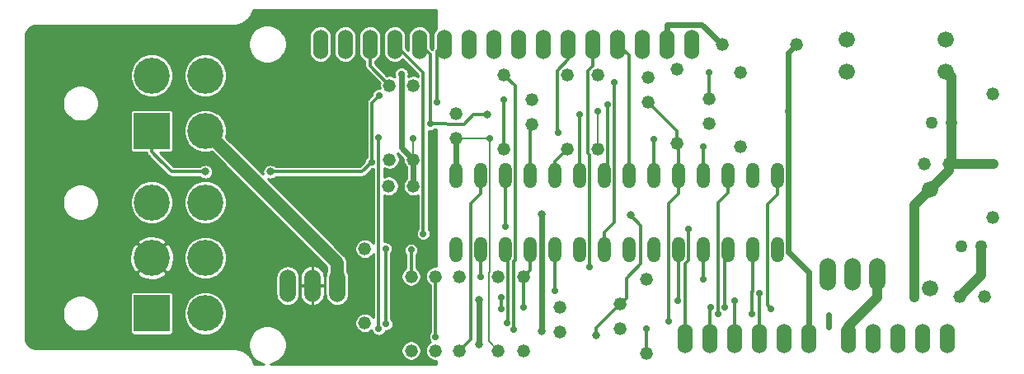
<source format=gtl>
G04 #@! TF.GenerationSoftware,KiCad,Pcbnew,5.0.0+dfsg1-2*
G04 #@! TF.CreationDate,2019-01-23T11:39:39+01:00*
G04 #@! TF.ProjectId,SLC_Free_PCB,534C435F467265655F5043422E6B6963,rev?*
G04 #@! TF.SameCoordinates,Original*
G04 #@! TF.FileFunction,Copper,L1,Top,Signal*
G04 #@! TF.FilePolarity,Positive*
%FSLAX46Y46*%
G04 Gerber Fmt 4.6, Leading zero omitted, Abs format (unit mm)*
G04 Created by KiCad (PCBNEW 5.0.0+dfsg1-2) date Wed Jan 23 11:39:39 2019*
%MOMM*%
%LPD*%
G01*
G04 APERTURE LIST*
G04 #@! TA.AperFunction,ComponentPad*
%ADD10O,1.320800X2.641600*%
G04 #@! TD*
G04 #@! TA.AperFunction,ComponentPad*
%ADD11C,1.320800*%
G04 #@! TD*
G04 #@! TA.AperFunction,ComponentPad*
%ADD12C,1.676400*%
G04 #@! TD*
G04 #@! TA.AperFunction,ComponentPad*
%ADD13O,1.676400X3.352800*%
G04 #@! TD*
G04 #@! TA.AperFunction,ComponentPad*
%ADD14C,1.270000*%
G04 #@! TD*
G04 #@! TA.AperFunction,ComponentPad*
%ADD15O,1.524000X3.048000*%
G04 #@! TD*
G04 #@! TA.AperFunction,ComponentPad*
%ADD16R,3.700000X3.700000*%
G04 #@! TD*
G04 #@! TA.AperFunction,ComponentPad*
%ADD17C,3.700000*%
G04 #@! TD*
G04 #@! TA.AperFunction,ViaPad*
%ADD18C,0.800000*%
G04 #@! TD*
G04 #@! TA.AperFunction,ViaPad*
%ADD19C,0.711200*%
G04 #@! TD*
G04 #@! TA.AperFunction,ViaPad*
%ADD20C,1.006400*%
G04 #@! TD*
G04 #@! TA.AperFunction,Conductor*
%ADD21C,1.350000*%
G04 #@! TD*
G04 #@! TA.AperFunction,Conductor*
%ADD22C,0.609600*%
G04 #@! TD*
G04 #@! TA.AperFunction,Conductor*
%ADD23C,0.304800*%
G04 #@! TD*
G04 #@! TA.AperFunction,Conductor*
%ADD24C,0.203200*%
G04 #@! TD*
G04 #@! TA.AperFunction,Conductor*
%ADD25C,1.016000*%
G04 #@! TD*
G04 #@! TA.AperFunction,Conductor*
%ADD26C,0.254000*%
G04 #@! TD*
G04 APERTURE END LIST*
D10*
G04 #@! TO.P,IC2,28*
G04 #@! TO.N,+5V*
X133347300Y-103848000D03*
G04 #@! TO.P,IC2,27*
G04 #@! TO.N,/RT_ADC*
X135887300Y-103848000D03*
G04 #@! TO.P,IC2,26*
G04 #@! TO.N,/P0[4]*
X138427300Y-103848000D03*
G04 #@! TO.P,IC2,25*
G04 #@! TO.N,/AC_TEMP_SENSE_OUT*
X140967300Y-103848000D03*
G04 #@! TO.P,IC2,24*
G04 #@! TO.N,/RE+_ADC*
X143507300Y-103848000D03*
G04 #@! TO.P,IC2,23*
G04 #@! TO.N,/LCD_RW*
X146047300Y-103848000D03*
G04 #@! TO.P,IC2,22*
G04 #@! TO.N,/LCD_E*
X148587300Y-103848000D03*
G04 #@! TO.P,IC2,21*
G04 #@! TO.N,/LCD_DB6*
X151127300Y-103848000D03*
G04 #@! TO.P,IC2,20*
G04 #@! TO.N,/LCD_DB4*
X153667300Y-103848000D03*
G04 #@! TO.P,IC2,19*
G04 #@! TO.N,/XRES*
X156207300Y-103848000D03*
G04 #@! TO.P,IC2,18*
G04 #@! TO.N,/PWM_NB_OUT*
X158747300Y-103848000D03*
G04 #@! TO.P,IC2,17*
G04 #@! TO.N,/PWM_HEATER*
X161287300Y-103848000D03*
G04 #@! TO.P,IC2,16*
G04 #@! TO.N,/CAL*
X163827300Y-103848000D03*
G04 #@! TO.P,IC2,15*
G04 #@! TO.N,/PROG_SDA*
X166367300Y-103848000D03*
G04 #@! TO.P,IC2,14*
G04 #@! TO.N,GND*
X166367300Y-111468000D03*
G04 #@! TO.P,IC2,13*
G04 #@! TO.N,/PROG_SCL*
X163827300Y-111468000D03*
G04 #@! TO.P,IC2,12*
G04 #@! TO.N,/P1[3]*
X161287300Y-111468000D03*
G04 #@! TO.P,IC2,11*
G04 #@! TO.N,/PWM_LIN_OUT*
X158747300Y-111468000D03*
G04 #@! TO.P,IC2,10*
G04 #@! TO.N,/P1[7]*
X156207300Y-111468000D03*
G04 #@! TO.P,IC2,9*
G04 #@! TO.N,Net-(IC2-Pad9)*
X153667300Y-111468000D03*
G04 #@! TO.P,IC2,5*
G04 #@! TO.N,/P2[7]*
X143507300Y-111468000D03*
G04 #@! TO.P,IC2,6*
G04 #@! TO.N,/LCD_RS*
X146047300Y-111468000D03*
G04 #@! TO.P,IC2,4*
G04 #@! TO.N,/INSAMP_VREF*
X140967300Y-111468000D03*
G04 #@! TO.P,IC2,3*
G04 #@! TO.N,/LSU_VGND*
X138427300Y-111468000D03*
G04 #@! TO.P,IC2,8*
G04 #@! TO.N,/LCD_DB5*
X151127300Y-111468000D03*
G04 #@! TO.P,IC2,7*
G04 #@! TO.N,/LCD_DB7*
X148587300Y-111468000D03*
G04 #@! TO.P,IC2,2*
G04 #@! TO.N,/LSU_IA*
X135887300Y-111468000D03*
G04 #@! TO.P,IC2,1*
G04 #@! TO.N,/APE_ADC*
X133347300Y-111468000D03*
G04 #@! TD*
D11*
G04 #@! TO.P,R13,2*
G04 #@! TO.N,Net-(IC3-PadG)*
X124025500Y-118961000D03*
G04 #@! TO.P,R13,1*
G04 #@! TO.N,/PWM_HEATER*
X124025500Y-111341000D03*
G04 #@! TD*
G04 #@! TO.P,R4,2*
G04 #@! TO.N,Net-(C6-Pad2)*
X138300300Y-101079400D03*
G04 #@! TO.P,R4,1*
G04 #@! TO.N,/LSU_NERMEST*
X138300300Y-93459400D03*
G04 #@! TD*
G04 #@! TO.P,R12,2*
G04 #@! TO.N,LIN_OUT*
X152981500Y-122136000D03*
G04 #@! TO.P,R12,1*
G04 #@! TO.N,/PWM_LIN_OUT*
X152981500Y-114516000D03*
G04 #@! TD*
G04 #@! TO.P,R10,2*
G04 #@! TO.N,GND*
X156105700Y-92926000D03*
G04 #@! TO.P,R10,1*
G04 #@! TO.N,/XRES*
X156105700Y-100546000D03*
G04 #@! TD*
G04 #@! TO.P,C6,2*
G04 #@! TO.N,Net-(C6-Pad2)*
X141145100Y-96050200D03*
G04 #@! TO.P,C6,1*
G04 #@! TO.N,/AC_TEMP_SENSE_OUT*
X141145100Y-98590200D03*
G04 #@! TD*
G04 #@! TO.P,C8,2*
G04 #@! TO.N,GND*
X153130000Y-93740000D03*
G04 #@! TO.P,C8,1*
G04 #@! TO.N,/XRES*
X153130000Y-96280000D03*
G04 #@! TD*
G04 #@! TO.P,C5,2*
G04 #@! TO.N,GND*
X133347300Y-97498000D03*
G04 #@! TO.P,C5,1*
G04 #@! TO.N,+5V*
X133347300Y-100038000D03*
G04 #@! TD*
D12*
G04 #@! TO.P,D2,C*
G04 #@! TO.N,Net-(D2-PadC)*
X183690100Y-89852600D03*
G04 #@! TO.P,D2,A*
G04 #@! TO.N,+12V*
X173530100Y-89852600D03*
G04 #@! TD*
G04 #@! TO.P,D3,C*
G04 #@! TO.N,Net-(C1-Pad+)*
X183715500Y-93103800D03*
G04 #@! TO.P,D3,A*
G04 #@! TO.N,GND*
X173555500Y-93103800D03*
G04 #@! TD*
D11*
G04 #@! TO.P,R8,2*
G04 #@! TO.N,/RE+_ADC*
X144777300Y-101079400D03*
G04 #@! TO.P,R8,1*
G04 #@! TO.N,/LSU_NERMEST*
X144777300Y-93459400D03*
G04 #@! TD*
G04 #@! TO.P,R2,2*
G04 #@! TO.N,/LSU_IP*
X128775300Y-121805800D03*
G04 #@! TO.P,R2,1*
G04 #@! TO.N,/APE_ADC*
X128775300Y-114185800D03*
G04 #@! TD*
G04 #@! TO.P,R6,2*
G04 #@! TO.N,/RT_ADC*
X133702900Y-121805800D03*
G04 #@! TO.P,R6,1*
G04 #@! TO.N,/LSU_IA*
X133702900Y-114185800D03*
G04 #@! TD*
G04 #@! TO.P,R7,2*
G04 #@! TO.N,/LSU_NERMEST*
X147926900Y-93459400D03*
G04 #@! TO.P,R7,1*
G04 #@! TO.N,+5V*
X147926900Y-101079400D03*
G04 #@! TD*
D13*
G04 #@! TO.P,IC3,S*
G04 #@! TO.N,/H_GND*
X121180700Y-115125600D03*
G04 #@! TO.P,IC3,D*
G04 #@! TO.N,LSU_HEATER-*
X118640700Y-115125600D03*
G04 #@! TO.P,IC3,G*
G04 #@! TO.N,Net-(IC3-PadG)*
X116100700Y-115125600D03*
G04 #@! TD*
D11*
G04 #@! TO.P,R5,2*
G04 #@! TO.N,/INSAMP_VREF*
X137741500Y-114185800D03*
G04 #@! TO.P,R5,1*
G04 #@! TO.N,+5V*
X137741500Y-121805800D03*
G04 #@! TD*
G04 #@! TO.P,R9,2*
G04 #@! TO.N,GND*
X140332300Y-121805800D03*
G04 #@! TO.P,R9,1*
G04 #@! TO.N,/INSAMP_VREF*
X140332300Y-114185800D03*
G04 #@! TD*
G04 #@! TO.P,C7,2*
G04 #@! TO.N,GND*
X144040700Y-119900800D03*
G04 #@! TO.P,C7,1*
G04 #@! TO.N,/INSAMP_VREF*
X144040700Y-117360800D03*
G04 #@! TD*
D13*
G04 #@! TO.P,IC1,3*
G04 #@! TO.N,+5V*
X176654300Y-113957200D03*
G04 #@! TO.P,IC1,2*
G04 #@! TO.N,GND*
X174114300Y-113957200D03*
G04 #@! TO.P,IC1,1*
G04 #@! TO.N,Net-(C1-Pad+)*
X171574300Y-113957200D03*
G04 #@! TD*
D11*
G04 #@! TO.P,C2,2*
G04 #@! TO.N,GND*
X181480300Y-102654200D03*
G04 #@! TO.P,C2,1*
G04 #@! TO.N,Net-(C1-Pad+)*
X184020300Y-102654200D03*
G04 #@! TD*
G04 #@! TO.P,C4,2*
G04 #@! TO.N,GND*
X187677900Y-116294000D03*
G04 #@! TO.P,C4,1*
G04 #@! TO.N,+5V*
X185137900Y-116294000D03*
G04 #@! TD*
D12*
G04 #@! TO.P,D1,C*
G04 #@! TO.N,Net-(C1-Pad+)*
X182039100Y-105270400D03*
G04 #@! TO.P,D1,A*
G04 #@! TO.N,+5V*
X182039100Y-115430400D03*
G04 #@! TD*
D14*
G04 #@! TO.P,C1,+*
G04 #@! TO.N,Net-(C1-Pad+)*
X184274300Y-98361600D03*
G04 #@! TO.P,C1,-*
G04 #@! TO.N,GND*
X182242300Y-98361600D03*
G04 #@! TD*
G04 #@! TO.P,C3,+*
G04 #@! TO.N,+5V*
X187347700Y-111061600D03*
G04 #@! TO.P,C3,-*
G04 #@! TO.N,GND*
X185315700Y-111061600D03*
G04 #@! TD*
D11*
G04 #@! TO.P,R3,2*
G04 #@! TO.N,/LSU_IA*
X131264500Y-114185800D03*
G04 #@! TO.P,R3,1*
G04 #@! TO.N,/LSU_IP*
X131264500Y-121805800D03*
G04 #@! TD*
D15*
G04 #@! TO.P,JP3,5*
G04 #@! TO.N,/PROG_SDA*
X183817100Y-120586600D03*
G04 #@! TO.P,JP3,4*
G04 #@! TO.N,/PROG_SCL*
X181277100Y-120586600D03*
G04 #@! TO.P,JP3,3*
G04 #@! TO.N,/XRES*
X178737100Y-120586600D03*
G04 #@! TO.P,JP3,2*
G04 #@! TO.N,GND*
X176197100Y-120586600D03*
G04 #@! TO.P,JP3,1*
G04 #@! TO.N,+5V*
X173657100Y-120586600D03*
G04 #@! TD*
D11*
G04 #@! TO.P,R11,2*
G04 #@! TO.N,NB_OUT*
X162582700Y-93205400D03*
G04 #@! TO.P,R11,1*
G04 #@! TO.N,/PWM_NB_OUT*
X162582700Y-100825400D03*
G04 #@! TD*
D15*
G04 #@! TO.P,JP4,16*
G04 #@! TO.N,GND*
X157578900Y-90309800D03*
G04 #@! TO.P,JP4,15*
G04 #@! TO.N,/LCD_ANODE*
X155038900Y-90309800D03*
G04 #@! TO.P,JP4,14*
G04 #@! TO.N,/LCD_DB7*
X152498900Y-90309800D03*
G04 #@! TO.P,JP4,13*
G04 #@! TO.N,/LCD_DB6*
X149958900Y-90309800D03*
G04 #@! TO.P,JP4,12*
G04 #@! TO.N,/LCD_DB5*
X147418900Y-90309800D03*
G04 #@! TO.P,JP4,11*
G04 #@! TO.N,/LCD_DB4*
X144878900Y-90309800D03*
G04 #@! TO.P,JP4,10*
G04 #@! TO.N,Net-(JP4-Pad10)*
X142338900Y-90309800D03*
G04 #@! TO.P,JP4,9*
G04 #@! TO.N,Net-(JP4-Pad9)*
X139798900Y-90309800D03*
G04 #@! TO.P,JP4,8*
G04 #@! TO.N,Net-(JP4-Pad8)*
X137258900Y-90309800D03*
G04 #@! TO.P,JP4,7*
G04 #@! TO.N,Net-(JP4-Pad7)*
X134718900Y-90309800D03*
G04 #@! TO.P,JP4,6*
G04 #@! TO.N,/LCD_E*
X132178900Y-90309800D03*
G04 #@! TO.P,JP4,5*
G04 #@! TO.N,/LCD_RW*
X129638900Y-90309800D03*
G04 #@! TO.P,JP4,4*
G04 #@! TO.N,/LCD_RS*
X127098900Y-90309800D03*
G04 #@! TO.P,JP4,3*
G04 #@! TO.N,/LCD_CONTRAST*
X124558900Y-90309800D03*
G04 #@! TO.P,JP4,2*
G04 #@! TO.N,+5V*
X122018900Y-90309800D03*
G04 #@! TO.P,JP4,1*
G04 #@! TO.N,GND*
X119478900Y-90309800D03*
G04 #@! TD*
D11*
G04 #@! TO.P,C10,2*
G04 #@! TO.N,GND*
X150238300Y-117056000D03*
G04 #@! TO.P,C10,1*
G04 #@! TO.N,LIN_OUT*
X150238300Y-119596000D03*
G04 #@! TD*
G04 #@! TO.P,C9,2*
G04 #@! TO.N,GND*
X159356900Y-98514000D03*
G04 #@! TO.P,C9,1*
G04 #@! TO.N,NB_OUT*
X159356900Y-95974000D03*
G04 #@! TD*
G04 #@! TO.P,C11,2*
G04 #@! TO.N,GND*
X126463900Y-104889400D03*
G04 #@! TO.P,C11,1*
G04 #@! TO.N,+5V*
X129003900Y-104889400D03*
G04 #@! TD*
G04 #@! TO.P,R14,2*
G04 #@! TO.N,+5V*
X129003900Y-102171600D03*
G04 #@! TO.P,R14,1*
G04 #@! TO.N,/LCD_CONTRAST*
X129003900Y-94551600D03*
G04 #@! TD*
G04 #@! TO.P,R15,2*
G04 #@! TO.N,/LCD_CONTRAST*
X126565500Y-94551600D03*
G04 #@! TO.P,R15,1*
G04 #@! TO.N,GND*
X126565500Y-102171600D03*
G04 #@! TD*
G04 #@! TO.P,R16,2*
G04 #@! TO.N,+5V*
X168348500Y-90386000D03*
G04 #@! TO.P,R16,1*
G04 #@! TO.N,/LCD_ANODE*
X160728500Y-90386000D03*
G04 #@! TD*
D15*
G04 #@! TO.P,JP5,6*
G04 #@! TO.N,+5V*
X169593100Y-120586600D03*
G04 #@! TO.P,JP5,5*
G04 #@! TO.N,GND*
X167053100Y-120586600D03*
G04 #@! TO.P,JP5,4*
G04 #@! TO.N,/P2[7]*
X164513100Y-120586600D03*
G04 #@! TO.P,JP5,3*
G04 #@! TO.N,/P1[7]*
X161973100Y-120586600D03*
G04 #@! TO.P,JP5,2*
G04 #@! TO.N,/P1[3]*
X159433100Y-120586600D03*
G04 #@! TO.P,JP5,1*
G04 #@! TO.N,/P0[4]*
X156893100Y-120586600D03*
G04 #@! TD*
D11*
G04 #@! TO.P,R1,2*
G04 #@! TO.N,Net-(C1-Pad+)*
X188541500Y-108089800D03*
G04 #@! TO.P,R1,1*
G04 #@! TO.N,Net-(D2-PadC)*
X188541500Y-95389800D03*
G04 #@! TD*
D16*
G04 #@! TO.P,JP1,1*
G04 #@! TO.N,NB_OUT*
X102140000Y-99230000D03*
D17*
G04 #@! TO.P,JP1,2*
G04 #@! TO.N,LIN_OUT*
X102140000Y-93530000D03*
G04 #@! TO.P,JP1,3*
G04 #@! TO.N,GND*
X107640000Y-99230000D03*
G04 #@! TO.P,JP1,4*
G04 #@! TO.N,+12V*
X107640000Y-93530000D03*
G04 #@! TD*
D16*
G04 #@! TO.P,JP2,1*
G04 #@! TO.N,+12V*
X102140000Y-117970000D03*
D17*
G04 #@! TO.P,JP2,2*
G04 #@! TO.N,LSU_HEATER-*
X102140000Y-112270000D03*
G04 #@! TO.P,JP2,3*
G04 #@! TO.N,/LSU_IA*
X102140000Y-106570000D03*
G04 #@! TO.P,JP2,4*
G04 #@! TO.N,/LSU_IP*
X107640000Y-117970000D03*
G04 #@! TO.P,JP2,5*
G04 #@! TO.N,/LSU_NERMEST*
X107640000Y-112270000D03*
G04 #@! TO.P,JP2,6*
G04 #@! TO.N,/LSU_VGND*
X107640000Y-106570000D03*
G04 #@! TD*
D18*
G04 #@! TO.N,GND*
X135750000Y-121210000D03*
X135750000Y-116590000D03*
X142220000Y-107750000D03*
X142200000Y-119850000D03*
X151330000Y-107880000D03*
X147820000Y-120240000D03*
D19*
G04 #@! TO.N,+5V*
X147926900Y-97244000D03*
X129003900Y-100038000D03*
X127784700Y-93357800D03*
X136852500Y-100038000D03*
X167535700Y-97244000D03*
G04 #@! TO.N,/P0[4]*
X138427300Y-109080400D03*
X157223300Y-109283600D03*
G04 #@! TO.N,/LCD_RW*
X146047300Y-97574200D03*
X130731100Y-98514000D03*
D18*
X136610000Y-97574200D03*
D19*
G04 #@! TO.N,/LCD_E*
X148942900Y-96532800D03*
X131442300Y-96278800D03*
G04 #@! TO.N,/LCD_DB4*
X143913700Y-99377600D03*
X153667300Y-100063400D03*
G04 #@! TO.N,/XRES*
X155191300Y-118783200D03*
G04 #@! TO.N,/PWM_NB_OUT*
X158747300Y-100825400D03*
G04 #@! TO.N,/PWM_HEATER*
X126159100Y-111341000D03*
X126209900Y-119062600D03*
X138046300Y-116344800D03*
X160271300Y-118072000D03*
X138046300Y-117564000D03*
G04 #@! TO.N,/PROG_SDA*
X165732300Y-117487800D03*
G04 #@! TO.N,/PROG_SCL*
X163801900Y-117995800D03*
G04 #@! TO.N,/P1[3]*
X159560100Y-117360800D03*
X160982500Y-117360800D03*
G04 #@! TO.N,/PWM_LIN_OUT*
X158747300Y-114516000D03*
G04 #@! TO.N,/P1[7]*
X161973100Y-116649600D03*
X156181900Y-116649600D03*
G04 #@! TO.N,/P2[7]*
X164513100Y-115938400D03*
X143507300Y-115633600D03*
G04 #@! TO.N,/LCD_RS*
X130019900Y-109791600D03*
G04 #@! TO.N,/INSAMP_VREF*
X140332300Y-117360800D03*
G04 #@! TO.N,/LSU_VGND*
X138605100Y-118961000D03*
G04 #@! TO.N,/LCD_DB5*
X147063300Y-113169800D03*
G04 #@! TO.N,/LCD_DB7*
X149654100Y-94246800D03*
G04 #@! TO.N,/LSU_IA*
X135887300Y-114185800D03*
X131289900Y-120383400D03*
G04 #@! TO.N,/APE_ADC*
X128775300Y-111468000D03*
G04 #@! TO.N,Net-(C6-Pad2)*
X138300300Y-96050200D03*
G04 #@! TO.N,/LSU_NERMEST*
X139316300Y-119672200D03*
D20*
G04 #@! TO.N,Net-(C1-Pad+)*
X180489700Y-116344800D03*
X188566900Y-102654200D03*
D19*
G04 #@! TO.N,LIN_OUT*
X152981500Y-119596000D03*
X125447900Y-99885600D03*
X125447900Y-119570600D03*
G04 #@! TO.N,NB_OUT*
X159356900Y-93205400D03*
X124736700Y-102425600D03*
X125498700Y-95567600D03*
D18*
X107670000Y-103425600D03*
X114310000Y-103425600D03*
G04 #@! TD*
D21*
G04 #@! TO.N,GND*
X121180000Y-115124900D02*
X121180700Y-115125600D01*
X107640000Y-99230000D02*
X121180000Y-112770000D01*
X121180000Y-112770000D02*
X121180000Y-115124900D01*
D22*
X135750000Y-117155685D02*
X135750000Y-121210000D01*
D23*
X142220000Y-119750000D02*
X142120000Y-119850000D01*
D22*
X142220000Y-107750000D02*
X142220000Y-119750000D01*
D23*
X147820000Y-119474300D02*
X150238300Y-117056000D01*
X147820000Y-120240000D02*
X147820000Y-119474300D01*
X150898699Y-116395601D02*
X150898699Y-114391301D01*
X150238300Y-117056000D02*
X150898699Y-116395601D01*
X150898699Y-114391301D02*
X152390000Y-112900000D01*
X152390000Y-108940000D02*
X151330000Y-107880000D01*
X152390000Y-112900000D02*
X152390000Y-108940000D01*
D22*
X135750000Y-117155685D02*
X135750000Y-116590000D01*
G04 #@! TO.N,+5V*
X133347300Y-103848000D02*
X133347300Y-100038000D01*
D24*
X133347300Y-100038000D02*
X136852500Y-100038000D01*
X147926900Y-101079400D02*
X147926900Y-97244000D01*
D22*
X129003900Y-104889400D02*
X129003900Y-102171600D01*
D24*
X129003900Y-102171600D02*
X129003900Y-100038000D01*
D22*
X127784700Y-93357800D02*
X127784700Y-100952400D01*
X127784700Y-100952400D02*
X129003900Y-102171600D01*
D24*
X137741500Y-121805800D02*
X136776300Y-120840600D01*
X136776300Y-120840600D02*
X136776300Y-113779400D01*
X136776300Y-113779400D02*
X136852500Y-113703200D01*
X136852500Y-113703200D02*
X136852500Y-100038000D01*
D25*
X176654300Y-113957200D02*
X176654300Y-116319400D01*
X176654300Y-116319400D02*
X173657100Y-119316600D01*
X173657100Y-119316600D02*
X173657100Y-120586600D01*
D22*
X168348500Y-90386000D02*
X167535700Y-91198800D01*
X167535700Y-91198800D02*
X167535700Y-97244000D01*
X167535700Y-97244000D02*
X167535700Y-111671200D01*
X167535700Y-111671200D02*
X169593100Y-113728600D01*
X169593100Y-113728600D02*
X169593100Y-120586600D01*
D25*
X187347700Y-111061600D02*
X187347700Y-114084200D01*
X187347700Y-114084200D02*
X185137900Y-116294000D01*
D23*
G04 #@! TO.N,/RT_ADC*
X133702900Y-121805800D02*
X134871300Y-120637400D01*
X134871300Y-120637400D02*
X134871300Y-106692800D01*
X134871300Y-106692800D02*
X135887300Y-105676800D01*
X135887300Y-105676800D02*
X135887300Y-103848000D01*
G04 #@! TO.N,/P0[4]*
X156893100Y-120586600D02*
X156893100Y-112890400D01*
X156893100Y-112890400D02*
X157223300Y-112560200D01*
X138427300Y-103848000D02*
X138427300Y-109080400D01*
X157223300Y-109283600D02*
X157223300Y-112560200D01*
G04 #@! TO.N,/AC_TEMP_SENSE_OUT*
X140967300Y-103848000D02*
X140967300Y-98768000D01*
X140967300Y-98768000D02*
X141145100Y-98590200D01*
G04 #@! TO.N,/RE+_ADC*
X143507300Y-103848000D02*
X143507300Y-102349400D01*
X143507300Y-102349400D02*
X144777300Y-101079400D01*
G04 #@! TO.N,/LCD_RW*
X146047300Y-103848000D02*
X146047300Y-97574200D01*
X134210900Y-98539400D02*
X130731100Y-98514000D01*
X130731100Y-98514000D02*
X130731100Y-91402000D01*
X130731100Y-91402000D02*
X129638900Y-90309800D01*
X135176100Y-97574200D02*
X136610000Y-97574200D01*
X134210900Y-98539400D02*
X135176100Y-97574200D01*
G04 #@! TO.N,/LCD_E*
X148587300Y-103848000D02*
X148942900Y-103492400D01*
X148942900Y-103492400D02*
X148942900Y-96532800D01*
X131442300Y-96278800D02*
X131442300Y-91046400D01*
X131442300Y-91046400D02*
X132178900Y-90309800D01*
G04 #@! TO.N,/LCD_DB6*
X151127300Y-103848000D02*
X151127300Y-91478200D01*
X151127300Y-91478200D02*
X149958900Y-90309800D01*
G04 #@! TO.N,/LCD_DB4*
X144878900Y-90309800D02*
X144878900Y-91910000D01*
X144878900Y-91910000D02*
X143761300Y-93027600D01*
X153667300Y-100063400D02*
X153667300Y-103848000D01*
X143761300Y-93027600D02*
X143761300Y-99225200D01*
X143761300Y-99225200D02*
X143913700Y-99377600D01*
G04 #@! TO.N,/XRES*
X156207300Y-100647600D02*
X156105700Y-100546000D01*
X155191300Y-118783200D02*
X155191300Y-106718200D01*
X155191300Y-106718200D02*
X156207300Y-105702200D01*
X156207300Y-105702200D02*
X156207300Y-103848000D01*
X156207300Y-103848000D02*
X156207300Y-100647600D01*
X156105700Y-99255700D02*
X156105700Y-100546000D01*
X153130000Y-96280000D02*
X156105700Y-99255700D01*
G04 #@! TO.N,/PWM_NB_OUT*
X158747300Y-103848000D02*
X158747300Y-100825400D01*
G04 #@! TO.N,/PWM_HEATER*
X126159100Y-111341000D02*
X126159100Y-119011800D01*
X126159100Y-119011800D02*
X126209900Y-119062600D01*
X160271300Y-118072000D02*
X160271300Y-106616600D01*
X160271300Y-106616600D02*
X161287300Y-105600600D01*
X161287300Y-105600600D02*
X161287300Y-103848000D01*
X138046300Y-117564000D02*
X138046300Y-116344800D01*
G04 #@! TO.N,/PROG_SDA*
X165351300Y-106743600D02*
X166367300Y-105727600D01*
X166367300Y-105727600D02*
X166367300Y-103848000D01*
X165351300Y-106743600D02*
X165351300Y-117106800D01*
X165351300Y-117106800D02*
X165732300Y-117487800D01*
G04 #@! TO.N,/PROG_SCL*
X163827300Y-111468000D02*
X163827300Y-115735200D01*
X163827300Y-115735200D02*
X163801900Y-115760600D01*
X163801900Y-115760600D02*
X163801900Y-117995800D01*
G04 #@! TO.N,/P1[3]*
X159433100Y-120586600D02*
X159433100Y-117487800D01*
X159433100Y-117487800D02*
X159560100Y-117360800D01*
X160982500Y-117360800D02*
X160982500Y-111772800D01*
X160982500Y-111772800D02*
X161287300Y-111468000D01*
G04 #@! TO.N,/PWM_LIN_OUT*
X158747300Y-114516000D02*
X158747300Y-111468000D01*
G04 #@! TO.N,/P1[7]*
X161973100Y-120586600D02*
X161973100Y-116649600D01*
X156207300Y-111468000D02*
X156207300Y-116624200D01*
X156207300Y-116624200D02*
X156181900Y-116649600D01*
G04 #@! TO.N,/P2[7]*
X164513100Y-120586600D02*
X164513100Y-115938400D01*
X143507300Y-115633600D02*
X143507300Y-111468000D01*
G04 #@! TO.N,/LCD_RS*
X130019900Y-109791600D02*
X130019900Y-93230800D01*
X130019900Y-93230800D02*
X127098900Y-90309800D01*
G04 #@! TO.N,/INSAMP_VREF*
X140967300Y-111468000D02*
X140967300Y-113550800D01*
X140967300Y-113550800D02*
X140332300Y-114185800D01*
X140332300Y-117360800D02*
X140332300Y-114185800D01*
G04 #@! TO.N,/LSU_VGND*
X138605100Y-118961000D02*
X138757500Y-118808600D01*
X138757500Y-118808600D02*
X138757500Y-111798200D01*
X138757500Y-111798200D02*
X138427300Y-111468000D01*
G04 #@! TO.N,/LCD_DB5*
X147418900Y-90309800D02*
X147418900Y-92519600D01*
X147418900Y-92519600D02*
X146910900Y-93027600D01*
X146910900Y-93027600D02*
X146910900Y-101511200D01*
X146910900Y-101511200D02*
X147063300Y-101663600D01*
X147063300Y-101663600D02*
X147063300Y-113169800D01*
G04 #@! TO.N,/LCD_DB7*
X149654100Y-94246800D02*
X149654100Y-108623200D01*
X149654100Y-108623200D02*
X148587300Y-109690000D01*
X148587300Y-109690000D02*
X148587300Y-111468000D01*
G04 #@! TO.N,/LSU_IA*
X135887300Y-111468000D02*
X135887300Y-114185800D01*
X131289900Y-120383400D02*
X131264500Y-118453000D01*
X131264500Y-118453000D02*
X131264500Y-114185800D01*
G04 #@! TO.N,/APE_ADC*
X128775300Y-114185800D02*
X128775300Y-111468000D01*
G04 #@! TO.N,Net-(C6-Pad2)*
X138300300Y-101079400D02*
X138300300Y-96050200D01*
G04 #@! TO.N,/LSU_NERMEST*
X139316300Y-119672200D02*
X139316300Y-112636400D01*
X139316300Y-112636400D02*
X139443300Y-112509400D01*
X139443300Y-112509400D02*
X139443300Y-94602400D01*
X139443300Y-94602400D02*
X138300300Y-93459400D01*
D25*
G04 #@! TO.N,Net-(C1-Pad+)*
X180489700Y-116344800D02*
X180489700Y-106819800D01*
X180489700Y-106819800D02*
X182039100Y-105270400D01*
X188566900Y-102654200D02*
X184020300Y-102654200D01*
X184274300Y-98361600D02*
X184274300Y-102400200D01*
X184274300Y-102400200D02*
X184020300Y-102654200D01*
X182039100Y-105270400D02*
X184020300Y-103289200D01*
X184020300Y-103289200D02*
X184020300Y-102654200D01*
X183715500Y-93103800D02*
X184274300Y-93662600D01*
X184274300Y-93662600D02*
X184274300Y-98361600D01*
D22*
G04 #@! TO.N,/LCD_ANODE*
X155038900Y-90309800D02*
X155038900Y-88277800D01*
X155038900Y-88277800D02*
X158620300Y-88277800D01*
X158620300Y-88277800D02*
X160728500Y-90386000D01*
D23*
G04 #@! TO.N,/LCD_CONTRAST*
X124558900Y-90309800D02*
X124558900Y-92545000D01*
X124558900Y-92545000D02*
X126565500Y-94551600D01*
G04 #@! TO.N,LIN_OUT*
X152981500Y-119596000D02*
X152981500Y-122136000D01*
X125447900Y-99885600D02*
X125447900Y-119570600D01*
D22*
G04 #@! TO.N,H_GND*
X171675900Y-118097400D02*
X171675900Y-119418200D01*
D23*
G04 #@! TO.N,NB_OUT*
X159356900Y-95974000D02*
X159356900Y-93205400D01*
X124736700Y-102425600D02*
X124736700Y-96329600D01*
X124736700Y-96329600D02*
X125498700Y-95567600D01*
X102140000Y-101384800D02*
X103180800Y-102425600D01*
X102140000Y-101384800D02*
X102140000Y-99230000D01*
X104180800Y-103425600D02*
X102140000Y-101384800D01*
X107670000Y-103425600D02*
X104180800Y-103425600D01*
X123736700Y-103425600D02*
X124736700Y-102425600D01*
X114310000Y-103425600D02*
X123736700Y-103425600D01*
G04 #@! TD*
D26*
G04 #@! TO.N,LSU_HEATER-*
G36*
X131366100Y-88736480D02*
X131223932Y-88909712D01*
X131117797Y-89108278D01*
X131052439Y-89323734D01*
X131035900Y-89491655D01*
X131035900Y-90700799D01*
X131023974Y-90715331D01*
X130996650Y-90748625D01*
X130996649Y-90748627D01*
X130947119Y-90841290D01*
X130941909Y-90858467D01*
X130781900Y-90698458D01*
X130781900Y-89491654D01*
X130765361Y-89323733D01*
X130700003Y-89108277D01*
X130593868Y-88909711D01*
X130451033Y-88735667D01*
X130276988Y-88592832D01*
X130078422Y-88486697D01*
X129862966Y-88421339D01*
X129638900Y-88399270D01*
X129414833Y-88421339D01*
X129199377Y-88486697D01*
X129000811Y-88592832D01*
X128826767Y-88735667D01*
X128683932Y-88909712D01*
X128577797Y-89108278D01*
X128512439Y-89323734D01*
X128495900Y-89491655D01*
X128495900Y-90952459D01*
X128241900Y-90698459D01*
X128241900Y-89491654D01*
X128225361Y-89323733D01*
X128160003Y-89108277D01*
X128053868Y-88909711D01*
X127911033Y-88735667D01*
X127736988Y-88592832D01*
X127538422Y-88486697D01*
X127322966Y-88421339D01*
X127098900Y-88399270D01*
X126874833Y-88421339D01*
X126659377Y-88486697D01*
X126460811Y-88592832D01*
X126286767Y-88735667D01*
X126143932Y-88909712D01*
X126037797Y-89108278D01*
X125972439Y-89323734D01*
X125955900Y-89491655D01*
X125955900Y-91127946D01*
X125972439Y-91295867D01*
X126037798Y-91511323D01*
X126143933Y-91709889D01*
X126286768Y-91883933D01*
X126460812Y-92026768D01*
X126659378Y-92132903D01*
X126874834Y-92198261D01*
X127098900Y-92220330D01*
X127322967Y-92198261D01*
X127538423Y-92132903D01*
X127736989Y-92026768D01*
X127911033Y-91883933D01*
X127914485Y-91879726D01*
X129486501Y-93451742D01*
X129486501Y-93624296D01*
X129307665Y-93550220D01*
X129106469Y-93510200D01*
X128901331Y-93510200D01*
X128700135Y-93550220D01*
X128510612Y-93628723D01*
X128470500Y-93655525D01*
X128470500Y-93626960D01*
X128492993Y-93572658D01*
X128521300Y-93430349D01*
X128521300Y-93285251D01*
X128492993Y-93142942D01*
X128437466Y-93008889D01*
X128356855Y-92888245D01*
X128254255Y-92785645D01*
X128133611Y-92705034D01*
X127999558Y-92649507D01*
X127857249Y-92621200D01*
X127712151Y-92621200D01*
X127569842Y-92649507D01*
X127435789Y-92705034D01*
X127315145Y-92785645D01*
X127212545Y-92888245D01*
X127131934Y-93008889D01*
X127076407Y-93142942D01*
X127048100Y-93285251D01*
X127048100Y-93430349D01*
X127076407Y-93572658D01*
X127098900Y-93626961D01*
X127098900Y-93655525D01*
X127058788Y-93628723D01*
X126869265Y-93550220D01*
X126668069Y-93510200D01*
X126462931Y-93510200D01*
X126309050Y-93540809D01*
X125092300Y-92324059D01*
X125092300Y-92082725D01*
X125196989Y-92026768D01*
X125371033Y-91883933D01*
X125513868Y-91709889D01*
X125620003Y-91511323D01*
X125685361Y-91295867D01*
X125701900Y-91127946D01*
X125701900Y-89491654D01*
X125685361Y-89323733D01*
X125620003Y-89108277D01*
X125513868Y-88909711D01*
X125371033Y-88735667D01*
X125196988Y-88592832D01*
X124998422Y-88486697D01*
X124782966Y-88421339D01*
X124558900Y-88399270D01*
X124334833Y-88421339D01*
X124119377Y-88486697D01*
X123920811Y-88592832D01*
X123746767Y-88735667D01*
X123603932Y-88909712D01*
X123497797Y-89108278D01*
X123432439Y-89323734D01*
X123415900Y-89491655D01*
X123415900Y-91127946D01*
X123432439Y-91295867D01*
X123497798Y-91511323D01*
X123603933Y-91709889D01*
X123746768Y-91883933D01*
X123920812Y-92026768D01*
X124025501Y-92082725D01*
X124025501Y-92518803D01*
X124022921Y-92545000D01*
X124033219Y-92649564D01*
X124063719Y-92750110D01*
X124063720Y-92750111D01*
X124113250Y-92842775D01*
X124120661Y-92851805D01*
X124163207Y-92903648D01*
X124163210Y-92903651D01*
X124179906Y-92923995D01*
X124200250Y-92940691D01*
X125554709Y-94295150D01*
X125524100Y-94449031D01*
X125524100Y-94654169D01*
X125559274Y-94831000D01*
X125426151Y-94831000D01*
X125283842Y-94859307D01*
X125149789Y-94914834D01*
X125029145Y-94995445D01*
X124926545Y-95098045D01*
X124845934Y-95218689D01*
X124790407Y-95352742D01*
X124762100Y-95495051D01*
X124762100Y-95549859D01*
X124378050Y-95933909D01*
X124357706Y-95950605D01*
X124341010Y-95970949D01*
X124341007Y-95970952D01*
X124318374Y-95998531D01*
X124291050Y-96031825D01*
X124291049Y-96031827D01*
X124241519Y-96124490D01*
X124211019Y-96225036D01*
X124200721Y-96329600D01*
X124203301Y-96355797D01*
X124203300Y-101917290D01*
X124164545Y-101956045D01*
X124083934Y-102076689D01*
X124028407Y-102210742D01*
X124000100Y-102353051D01*
X124000100Y-102407859D01*
X123515759Y-102892200D01*
X114881101Y-102892200D01*
X114807859Y-102818958D01*
X114679942Y-102733487D01*
X114537809Y-102674613D01*
X114386922Y-102644600D01*
X114233078Y-102644600D01*
X114082191Y-102674613D01*
X113940058Y-102733487D01*
X113812141Y-102818958D01*
X113703358Y-102927741D01*
X113617887Y-103055658D01*
X113559013Y-103197791D01*
X113529000Y-103348678D01*
X113529000Y-103502522D01*
X113559013Y-103653409D01*
X113560565Y-103657157D01*
X109784943Y-99881535D01*
X109785264Y-99880759D01*
X109871000Y-99449734D01*
X109871000Y-99010266D01*
X109785264Y-98579241D01*
X109617087Y-98173225D01*
X109372931Y-97807820D01*
X109062180Y-97497069D01*
X108696775Y-97252913D01*
X108290759Y-97084736D01*
X107859734Y-96999000D01*
X107420266Y-96999000D01*
X106989241Y-97084736D01*
X106583225Y-97252913D01*
X106217820Y-97497069D01*
X105907069Y-97807820D01*
X105662913Y-98173225D01*
X105494736Y-98579241D01*
X105409000Y-99010266D01*
X105409000Y-99449734D01*
X105494736Y-99880759D01*
X105662913Y-100286775D01*
X105907069Y-100652180D01*
X106217820Y-100962931D01*
X106583225Y-101207087D01*
X106989241Y-101375264D01*
X107420266Y-101461000D01*
X107859734Y-101461000D01*
X108290759Y-101375264D01*
X108291535Y-101374943D01*
X120124000Y-113207410D01*
X120124000Y-113677990D01*
X120048856Y-113818576D01*
X119979141Y-114048396D01*
X119961500Y-114227508D01*
X119961500Y-116023693D01*
X119979142Y-116202805D01*
X120048857Y-116432625D01*
X120162068Y-116644429D01*
X120314425Y-116830076D01*
X120500072Y-116982433D01*
X120711876Y-117095644D01*
X120941696Y-117165359D01*
X121180700Y-117188899D01*
X121419705Y-117165359D01*
X121649525Y-117095644D01*
X121861329Y-116982433D01*
X122046976Y-116830076D01*
X122199333Y-116644429D01*
X122312544Y-116432625D01*
X122382259Y-116202805D01*
X122399900Y-116023693D01*
X122399900Y-114227507D01*
X122382259Y-114048395D01*
X122312544Y-113818575D01*
X122236000Y-113675370D01*
X122236000Y-112821865D01*
X122241108Y-112770000D01*
X122236000Y-112718135D01*
X122236000Y-112718128D01*
X122220720Y-112562988D01*
X122160337Y-112363931D01*
X122062280Y-112180479D01*
X122037191Y-112149908D01*
X121963384Y-112059974D01*
X121963380Y-112059970D01*
X121930317Y-112019683D01*
X121890030Y-111986620D01*
X114078444Y-104175035D01*
X114082191Y-104176587D01*
X114233078Y-104206600D01*
X114386922Y-104206600D01*
X114537809Y-104176587D01*
X114679942Y-104117713D01*
X114807859Y-104032242D01*
X114881101Y-103959000D01*
X123710513Y-103959000D01*
X123736700Y-103961579D01*
X123762887Y-103959000D01*
X123762895Y-103959000D01*
X123841265Y-103951281D01*
X123941811Y-103920781D01*
X124034475Y-103871251D01*
X124115695Y-103804595D01*
X124132396Y-103784245D01*
X124754441Y-103162200D01*
X124809249Y-103162200D01*
X124914500Y-103141264D01*
X124914501Y-110797013D01*
X124834408Y-110677146D01*
X124689354Y-110532092D01*
X124518788Y-110418123D01*
X124329265Y-110339620D01*
X124128069Y-110299600D01*
X123922931Y-110299600D01*
X123721735Y-110339620D01*
X123532212Y-110418123D01*
X123361646Y-110532092D01*
X123216592Y-110677146D01*
X123102623Y-110847712D01*
X123024120Y-111037235D01*
X122984100Y-111238431D01*
X122984100Y-111443569D01*
X123024120Y-111644765D01*
X123102623Y-111834288D01*
X123216592Y-112004854D01*
X123361646Y-112149908D01*
X123532212Y-112263877D01*
X123721735Y-112342380D01*
X123922931Y-112382400D01*
X124128069Y-112382400D01*
X124329265Y-112342380D01*
X124518788Y-112263877D01*
X124689354Y-112149908D01*
X124834408Y-112004854D01*
X124914501Y-111884987D01*
X124914501Y-118417013D01*
X124834408Y-118297146D01*
X124689354Y-118152092D01*
X124518788Y-118038123D01*
X124329265Y-117959620D01*
X124128069Y-117919600D01*
X123922931Y-117919600D01*
X123721735Y-117959620D01*
X123532212Y-118038123D01*
X123361646Y-118152092D01*
X123216592Y-118297146D01*
X123102623Y-118467712D01*
X123024120Y-118657235D01*
X122984100Y-118858431D01*
X122984100Y-119063569D01*
X123024120Y-119264765D01*
X123102623Y-119454288D01*
X123216592Y-119624854D01*
X123361646Y-119769908D01*
X123532212Y-119883877D01*
X123721735Y-119962380D01*
X123922931Y-120002400D01*
X124128069Y-120002400D01*
X124329265Y-119962380D01*
X124518788Y-119883877D01*
X124689354Y-119769908D01*
X124728690Y-119730572D01*
X124739607Y-119785458D01*
X124795134Y-119919511D01*
X124875745Y-120040155D01*
X124978345Y-120142755D01*
X125098989Y-120223366D01*
X125233042Y-120278893D01*
X125375351Y-120307200D01*
X125520449Y-120307200D01*
X125662758Y-120278893D01*
X125796811Y-120223366D01*
X125917455Y-120142755D01*
X126020055Y-120040155D01*
X126100666Y-119919511D01*
X126150501Y-119799200D01*
X126282449Y-119799200D01*
X126424758Y-119770893D01*
X126558811Y-119715366D01*
X126679455Y-119634755D01*
X126782055Y-119532155D01*
X126862666Y-119411511D01*
X126918193Y-119277458D01*
X126946500Y-119135149D01*
X126946500Y-118990051D01*
X126918193Y-118847742D01*
X126862666Y-118713689D01*
X126782055Y-118593045D01*
X126692500Y-118503490D01*
X126692500Y-114083231D01*
X127733900Y-114083231D01*
X127733900Y-114288369D01*
X127773920Y-114489565D01*
X127852423Y-114679088D01*
X127966392Y-114849654D01*
X128111446Y-114994708D01*
X128282012Y-115108677D01*
X128471535Y-115187180D01*
X128672731Y-115227200D01*
X128877869Y-115227200D01*
X129079065Y-115187180D01*
X129268588Y-115108677D01*
X129439154Y-114994708D01*
X129584208Y-114849654D01*
X129698177Y-114679088D01*
X129776680Y-114489565D01*
X129816700Y-114288369D01*
X129816700Y-114083231D01*
X129776680Y-113882035D01*
X129698177Y-113692512D01*
X129584208Y-113521946D01*
X129439154Y-113376892D01*
X129308700Y-113289725D01*
X129308700Y-111976310D01*
X129347455Y-111937555D01*
X129428066Y-111816911D01*
X129483593Y-111682858D01*
X129511900Y-111540549D01*
X129511900Y-111395451D01*
X129483593Y-111253142D01*
X129428066Y-111119089D01*
X129347455Y-110998445D01*
X129244855Y-110895845D01*
X129124211Y-110815234D01*
X128990158Y-110759707D01*
X128847849Y-110731400D01*
X128702751Y-110731400D01*
X128560442Y-110759707D01*
X128426389Y-110815234D01*
X128305745Y-110895845D01*
X128203145Y-110998445D01*
X128122534Y-111119089D01*
X128067007Y-111253142D01*
X128038700Y-111395451D01*
X128038700Y-111540549D01*
X128067007Y-111682858D01*
X128122534Y-111816911D01*
X128203145Y-111937555D01*
X128241901Y-111976311D01*
X128241900Y-113289725D01*
X128111446Y-113376892D01*
X127966392Y-113521946D01*
X127852423Y-113692512D01*
X127773920Y-113882035D01*
X127733900Y-114083231D01*
X126692500Y-114083231D01*
X126692500Y-111849310D01*
X126731255Y-111810555D01*
X126811866Y-111689911D01*
X126867393Y-111555858D01*
X126895700Y-111413549D01*
X126895700Y-111268451D01*
X126867393Y-111126142D01*
X126811866Y-110992089D01*
X126731255Y-110871445D01*
X126628655Y-110768845D01*
X126508011Y-110688234D01*
X126373958Y-110632707D01*
X126231649Y-110604400D01*
X126086551Y-110604400D01*
X125981300Y-110625336D01*
X125981300Y-105816704D01*
X126160135Y-105890780D01*
X126361331Y-105930800D01*
X126566469Y-105930800D01*
X126767665Y-105890780D01*
X126957188Y-105812277D01*
X127127754Y-105698308D01*
X127272808Y-105553254D01*
X127386777Y-105382688D01*
X127465280Y-105193165D01*
X127505300Y-104991969D01*
X127505300Y-104786831D01*
X127465280Y-104585635D01*
X127386777Y-104396112D01*
X127272808Y-104225546D01*
X127127754Y-104080492D01*
X126957188Y-103966523D01*
X126767665Y-103888020D01*
X126566469Y-103848000D01*
X126361331Y-103848000D01*
X126160135Y-103888020D01*
X125981300Y-103962096D01*
X125981300Y-103033731D01*
X126072212Y-103094477D01*
X126261735Y-103172980D01*
X126462931Y-103213000D01*
X126668069Y-103213000D01*
X126869265Y-103172980D01*
X127058788Y-103094477D01*
X127229354Y-102980508D01*
X127374408Y-102835454D01*
X127488377Y-102664888D01*
X127566880Y-102475365D01*
X127606900Y-102274169D01*
X127606900Y-102069031D01*
X127566880Y-101867835D01*
X127488377Y-101678312D01*
X127382924Y-101520491D01*
X127962500Y-102100068D01*
X127962500Y-102274169D01*
X128002520Y-102475365D01*
X128081023Y-102664888D01*
X128194992Y-102835454D01*
X128318101Y-102958563D01*
X128318100Y-104102438D01*
X128194992Y-104225546D01*
X128081023Y-104396112D01*
X128002520Y-104585635D01*
X127962500Y-104786831D01*
X127962500Y-104991969D01*
X128002520Y-105193165D01*
X128081023Y-105382688D01*
X128194992Y-105553254D01*
X128340046Y-105698308D01*
X128510612Y-105812277D01*
X128700135Y-105890780D01*
X128901331Y-105930800D01*
X129106469Y-105930800D01*
X129307665Y-105890780D01*
X129486500Y-105816704D01*
X129486500Y-109283290D01*
X129447745Y-109322045D01*
X129367134Y-109442689D01*
X129311607Y-109576742D01*
X129283300Y-109719051D01*
X129283300Y-109864149D01*
X129311607Y-110006458D01*
X129367134Y-110140511D01*
X129447745Y-110261155D01*
X129550345Y-110363755D01*
X129670989Y-110444366D01*
X129805042Y-110499893D01*
X129947351Y-110528200D01*
X130092449Y-110528200D01*
X130234758Y-110499893D01*
X130368811Y-110444366D01*
X130489455Y-110363755D01*
X130592055Y-110261155D01*
X130672666Y-110140511D01*
X130728193Y-110006458D01*
X130756500Y-109864149D01*
X130756500Y-109719051D01*
X130728193Y-109576742D01*
X130672666Y-109442689D01*
X130592055Y-109322045D01*
X130553300Y-109283290D01*
X130553300Y-99229664D01*
X130658551Y-99250600D01*
X130803649Y-99250600D01*
X130945958Y-99222293D01*
X131080011Y-99166766D01*
X131200655Y-99086155D01*
X131235713Y-99051097D01*
X131366100Y-99052049D01*
X131366100Y-113144400D01*
X131161931Y-113144400D01*
X130960735Y-113184420D01*
X130771212Y-113262923D01*
X130600646Y-113376892D01*
X130455592Y-113521946D01*
X130341623Y-113692512D01*
X130263120Y-113882035D01*
X130223100Y-114083231D01*
X130223100Y-114288369D01*
X130263120Y-114489565D01*
X130341623Y-114679088D01*
X130455592Y-114849654D01*
X130600646Y-114994708D01*
X130731101Y-115081875D01*
X130731100Y-118430329D01*
X130730802Y-118433826D01*
X130731100Y-118456475D01*
X130731100Y-118479194D01*
X130731445Y-118482697D01*
X130749853Y-119881737D01*
X130717745Y-119913845D01*
X130637134Y-120034489D01*
X130581607Y-120168542D01*
X130553300Y-120310851D01*
X130553300Y-120455949D01*
X130581607Y-120598258D01*
X130637134Y-120732311D01*
X130717745Y-120852955D01*
X130757125Y-120892335D01*
X130600646Y-120996892D01*
X130455592Y-121141946D01*
X130341623Y-121312512D01*
X130263120Y-121502035D01*
X130223100Y-121703231D01*
X130223100Y-121908369D01*
X130263120Y-122109565D01*
X130341623Y-122299088D01*
X130455592Y-122469654D01*
X130600646Y-122614708D01*
X130771212Y-122728677D01*
X130960735Y-122807180D01*
X131161931Y-122847200D01*
X131366100Y-122847200D01*
X131366100Y-123174000D01*
X114356792Y-123174000D01*
X114595736Y-123126471D01*
X114956255Y-122977139D01*
X115280714Y-122760343D01*
X115556643Y-122484414D01*
X115773439Y-122159955D01*
X115922771Y-121799436D01*
X115941907Y-121703231D01*
X127733900Y-121703231D01*
X127733900Y-121908369D01*
X127773920Y-122109565D01*
X127852423Y-122299088D01*
X127966392Y-122469654D01*
X128111446Y-122614708D01*
X128282012Y-122728677D01*
X128471535Y-122807180D01*
X128672731Y-122847200D01*
X128877869Y-122847200D01*
X129079065Y-122807180D01*
X129268588Y-122728677D01*
X129439154Y-122614708D01*
X129584208Y-122469654D01*
X129698177Y-122299088D01*
X129776680Y-122109565D01*
X129816700Y-121908369D01*
X129816700Y-121703231D01*
X129776680Y-121502035D01*
X129698177Y-121312512D01*
X129584208Y-121141946D01*
X129439154Y-120996892D01*
X129268588Y-120882923D01*
X129079065Y-120804420D01*
X128877869Y-120764400D01*
X128672731Y-120764400D01*
X128471535Y-120804420D01*
X128282012Y-120882923D01*
X128111446Y-120996892D01*
X127966392Y-121141946D01*
X127852423Y-121312512D01*
X127773920Y-121502035D01*
X127733900Y-121703231D01*
X115941907Y-121703231D01*
X115998900Y-121416711D01*
X115998900Y-121026489D01*
X115922771Y-120643764D01*
X115773439Y-120283245D01*
X115556643Y-119958786D01*
X115280714Y-119682857D01*
X114956255Y-119466061D01*
X114595736Y-119316729D01*
X114213011Y-119240600D01*
X113822789Y-119240600D01*
X113440064Y-119316729D01*
X113079545Y-119466061D01*
X112755086Y-119682857D01*
X112479157Y-119958786D01*
X112262361Y-120283245D01*
X112113029Y-120643764D01*
X112036900Y-121026489D01*
X112036900Y-121416711D01*
X112113029Y-121799436D01*
X112262361Y-122159955D01*
X112479157Y-122484414D01*
X112755086Y-122760343D01*
X113079545Y-122977139D01*
X113440064Y-123126471D01*
X113679008Y-123174000D01*
X112632275Y-123174000D01*
X112544776Y-122891338D01*
X112528740Y-122853191D01*
X112513278Y-122814919D01*
X112510289Y-122809297D01*
X112510289Y-122809296D01*
X112510286Y-122809292D01*
X112365374Y-122541283D01*
X112342249Y-122506998D01*
X112319633Y-122472436D01*
X112315618Y-122467514D01*
X112315609Y-122467501D01*
X112315599Y-122467491D01*
X112121396Y-122232740D01*
X112092065Y-122203613D01*
X112063154Y-122174089D01*
X112058248Y-122170030D01*
X111822134Y-121977461D01*
X111787723Y-121954598D01*
X111753610Y-121931240D01*
X111748016Y-121928216D01*
X111748008Y-121928211D01*
X111748000Y-121928208D01*
X111478989Y-121785171D01*
X111440768Y-121769417D01*
X111402790Y-121753140D01*
X111396711Y-121751258D01*
X111396705Y-121751256D01*
X111105028Y-121663194D01*
X111064503Y-121655170D01*
X111024060Y-121646573D01*
X111017728Y-121645908D01*
X110774070Y-121622017D01*
X110769392Y-121620598D01*
X110702399Y-121614000D01*
X90311699Y-121614000D01*
X90086918Y-121591960D01*
X89880845Y-121529743D01*
X89690782Y-121428684D01*
X89523964Y-121292631D01*
X89386755Y-121126774D01*
X89284370Y-120937418D01*
X89220714Y-120731779D01*
X89196000Y-120496639D01*
X89196000Y-117784738D01*
X92959000Y-117784738D01*
X92959000Y-118155262D01*
X93031286Y-118518667D01*
X93173080Y-118860987D01*
X93378932Y-119169067D01*
X93640933Y-119431068D01*
X93949013Y-119636920D01*
X94291333Y-119778714D01*
X94654738Y-119851000D01*
X95025262Y-119851000D01*
X95388667Y-119778714D01*
X95730987Y-119636920D01*
X96039067Y-119431068D01*
X96301068Y-119169067D01*
X96506920Y-118860987D01*
X96648714Y-118518667D01*
X96721000Y-118155262D01*
X96721000Y-117784738D01*
X96648714Y-117421333D01*
X96506920Y-117079013D01*
X96301068Y-116770933D01*
X96039067Y-116508932D01*
X95730987Y-116303080D01*
X95388667Y-116161286D01*
X95181109Y-116120000D01*
X99907157Y-116120000D01*
X99907157Y-119820000D01*
X99914513Y-119894689D01*
X99936299Y-119966508D01*
X99971678Y-120032696D01*
X100019289Y-120090711D01*
X100077304Y-120138322D01*
X100143492Y-120173701D01*
X100215311Y-120195487D01*
X100290000Y-120202843D01*
X103990000Y-120202843D01*
X104064689Y-120195487D01*
X104136508Y-120173701D01*
X104202696Y-120138322D01*
X104260711Y-120090711D01*
X104308322Y-120032696D01*
X104343701Y-119966508D01*
X104365487Y-119894689D01*
X104372843Y-119820000D01*
X104372843Y-117750266D01*
X105409000Y-117750266D01*
X105409000Y-118189734D01*
X105494736Y-118620759D01*
X105662913Y-119026775D01*
X105907069Y-119392180D01*
X106217820Y-119702931D01*
X106583225Y-119947087D01*
X106989241Y-120115264D01*
X107420266Y-120201000D01*
X107859734Y-120201000D01*
X108290759Y-120115264D01*
X108696775Y-119947087D01*
X109062180Y-119702931D01*
X109372931Y-119392180D01*
X109617087Y-119026775D01*
X109785264Y-118620759D01*
X109871000Y-118189734D01*
X109871000Y-117750266D01*
X109785264Y-117319241D01*
X109617087Y-116913225D01*
X109372931Y-116547820D01*
X109062180Y-116237069D01*
X108696775Y-115992913D01*
X108290759Y-115824736D01*
X107859734Y-115739000D01*
X107420266Y-115739000D01*
X106989241Y-115824736D01*
X106583225Y-115992913D01*
X106217820Y-116237069D01*
X105907069Y-116547820D01*
X105662913Y-116913225D01*
X105494736Y-117319241D01*
X105409000Y-117750266D01*
X104372843Y-117750266D01*
X104372843Y-116120000D01*
X104365487Y-116045311D01*
X104343701Y-115973492D01*
X104308322Y-115907304D01*
X104260711Y-115849289D01*
X104202696Y-115801678D01*
X104136508Y-115766299D01*
X104064689Y-115744513D01*
X103990000Y-115737157D01*
X100290000Y-115737157D01*
X100215311Y-115744513D01*
X100143492Y-115766299D01*
X100077304Y-115801678D01*
X100019289Y-115849289D01*
X99971678Y-115907304D01*
X99936299Y-115973492D01*
X99914513Y-116045311D01*
X99907157Y-116120000D01*
X95181109Y-116120000D01*
X95025262Y-116089000D01*
X94654738Y-116089000D01*
X94291333Y-116161286D01*
X93949013Y-116303080D01*
X93640933Y-116508932D01*
X93378932Y-116770933D01*
X93173080Y-117079013D01*
X93031286Y-117421333D01*
X92959000Y-117784738D01*
X89196000Y-117784738D01*
X89196000Y-113832101D01*
X100613255Y-113832101D01*
X100813080Y-114138882D01*
X101203177Y-114361841D01*
X101629275Y-114504412D01*
X102075001Y-114561116D01*
X102523224Y-114529773D01*
X102956720Y-114411589D01*
X103358830Y-114211104D01*
X103466920Y-114138882D01*
X103666745Y-113832101D01*
X102140000Y-112305355D01*
X100613255Y-113832101D01*
X89196000Y-113832101D01*
X89196000Y-112205001D01*
X99848884Y-112205001D01*
X99880227Y-112653224D01*
X99998411Y-113086720D01*
X100198896Y-113488830D01*
X100271118Y-113596920D01*
X100577899Y-113796745D01*
X102104645Y-112270000D01*
X102175355Y-112270000D01*
X103702101Y-113796745D01*
X104008882Y-113596920D01*
X104231841Y-113206823D01*
X104374412Y-112780725D01*
X104431116Y-112334999D01*
X104411206Y-112050266D01*
X105409000Y-112050266D01*
X105409000Y-112489734D01*
X105494736Y-112920759D01*
X105662913Y-113326775D01*
X105907069Y-113692180D01*
X106217820Y-114002931D01*
X106583225Y-114247087D01*
X106989241Y-114415264D01*
X107420266Y-114501000D01*
X107859734Y-114501000D01*
X108290759Y-114415264D01*
X108696775Y-114247087D01*
X108726077Y-114227508D01*
X114881500Y-114227508D01*
X114881500Y-116023693D01*
X114899142Y-116202805D01*
X114968857Y-116432625D01*
X115082068Y-116644429D01*
X115234425Y-116830076D01*
X115420072Y-116982433D01*
X115631876Y-117095644D01*
X115861696Y-117165359D01*
X116100700Y-117188899D01*
X116339705Y-117165359D01*
X116569525Y-117095644D01*
X116781329Y-116982433D01*
X116966976Y-116830076D01*
X117119333Y-116644429D01*
X117232544Y-116432625D01*
X117302259Y-116202805D01*
X117319900Y-116023693D01*
X117319900Y-115150600D01*
X117371500Y-115150600D01*
X117371500Y-115988800D01*
X117400765Y-116235928D01*
X117477680Y-116472598D01*
X117599289Y-116689716D01*
X117760919Y-116878937D01*
X117956358Y-117032990D01*
X118178096Y-117145954D01*
X118417500Y-117213220D01*
X118615700Y-117124981D01*
X118615700Y-115150600D01*
X118665700Y-115150600D01*
X118665700Y-117124981D01*
X118863900Y-117213220D01*
X119103304Y-117145954D01*
X119325042Y-117032990D01*
X119520481Y-116878937D01*
X119682111Y-116689716D01*
X119803720Y-116472598D01*
X119880635Y-116235928D01*
X119909900Y-115988800D01*
X119909900Y-115150600D01*
X118665700Y-115150600D01*
X118615700Y-115150600D01*
X117371500Y-115150600D01*
X117319900Y-115150600D01*
X117319900Y-114262400D01*
X117371500Y-114262400D01*
X117371500Y-115100600D01*
X118615700Y-115100600D01*
X118615700Y-113126219D01*
X118665700Y-113126219D01*
X118665700Y-115100600D01*
X119909900Y-115100600D01*
X119909900Y-114262400D01*
X119880635Y-114015272D01*
X119803720Y-113778602D01*
X119682111Y-113561484D01*
X119520481Y-113372263D01*
X119325042Y-113218210D01*
X119103304Y-113105246D01*
X118863900Y-113037980D01*
X118665700Y-113126219D01*
X118615700Y-113126219D01*
X118417500Y-113037980D01*
X118178096Y-113105246D01*
X117956358Y-113218210D01*
X117760919Y-113372263D01*
X117599289Y-113561484D01*
X117477680Y-113778602D01*
X117400765Y-114015272D01*
X117371500Y-114262400D01*
X117319900Y-114262400D01*
X117319900Y-114227507D01*
X117302259Y-114048395D01*
X117232544Y-113818575D01*
X117119333Y-113606771D01*
X116966976Y-113421124D01*
X116781328Y-113268767D01*
X116569524Y-113155556D01*
X116339704Y-113085841D01*
X116100700Y-113062301D01*
X115861695Y-113085841D01*
X115631875Y-113155556D01*
X115420071Y-113268767D01*
X115234424Y-113421124D01*
X115082067Y-113606772D01*
X114968856Y-113818576D01*
X114899141Y-114048396D01*
X114881500Y-114227508D01*
X108726077Y-114227508D01*
X109062180Y-114002931D01*
X109372931Y-113692180D01*
X109617087Y-113326775D01*
X109785264Y-112920759D01*
X109871000Y-112489734D01*
X109871000Y-112050266D01*
X109785264Y-111619241D01*
X109617087Y-111213225D01*
X109372931Y-110847820D01*
X109062180Y-110537069D01*
X108696775Y-110292913D01*
X108290759Y-110124736D01*
X107859734Y-110039000D01*
X107420266Y-110039000D01*
X106989241Y-110124736D01*
X106583225Y-110292913D01*
X106217820Y-110537069D01*
X105907069Y-110847820D01*
X105662913Y-111213225D01*
X105494736Y-111619241D01*
X105409000Y-112050266D01*
X104411206Y-112050266D01*
X104399773Y-111886776D01*
X104281589Y-111453280D01*
X104081104Y-111051170D01*
X104008882Y-110943080D01*
X103702101Y-110743255D01*
X102175355Y-112270000D01*
X102104645Y-112270000D01*
X100577899Y-110743255D01*
X100271118Y-110943080D01*
X100048159Y-111333177D01*
X99905588Y-111759275D01*
X99848884Y-112205001D01*
X89196000Y-112205001D01*
X89196000Y-110707899D01*
X100613255Y-110707899D01*
X102140000Y-112234645D01*
X103666745Y-110707899D01*
X103466920Y-110401118D01*
X103076823Y-110178159D01*
X102650725Y-110035588D01*
X102204999Y-109978884D01*
X101756776Y-110010227D01*
X101323280Y-110128411D01*
X100921170Y-110328896D01*
X100813080Y-110401118D01*
X100613255Y-110707899D01*
X89196000Y-110707899D01*
X89196000Y-106384738D01*
X92959000Y-106384738D01*
X92959000Y-106755262D01*
X93031286Y-107118667D01*
X93173080Y-107460987D01*
X93378932Y-107769067D01*
X93640933Y-108031068D01*
X93949013Y-108236920D01*
X94291333Y-108378714D01*
X94654738Y-108451000D01*
X95025262Y-108451000D01*
X95388667Y-108378714D01*
X95730987Y-108236920D01*
X96039067Y-108031068D01*
X96301068Y-107769067D01*
X96506920Y-107460987D01*
X96648714Y-107118667D01*
X96721000Y-106755262D01*
X96721000Y-106384738D01*
X96714144Y-106350266D01*
X99909000Y-106350266D01*
X99909000Y-106789734D01*
X99994736Y-107220759D01*
X100162913Y-107626775D01*
X100407069Y-107992180D01*
X100717820Y-108302931D01*
X101083225Y-108547087D01*
X101489241Y-108715264D01*
X101920266Y-108801000D01*
X102359734Y-108801000D01*
X102790759Y-108715264D01*
X103196775Y-108547087D01*
X103562180Y-108302931D01*
X103872931Y-107992180D01*
X104117087Y-107626775D01*
X104285264Y-107220759D01*
X104371000Y-106789734D01*
X104371000Y-106350266D01*
X105409000Y-106350266D01*
X105409000Y-106789734D01*
X105494736Y-107220759D01*
X105662913Y-107626775D01*
X105907069Y-107992180D01*
X106217820Y-108302931D01*
X106583225Y-108547087D01*
X106989241Y-108715264D01*
X107420266Y-108801000D01*
X107859734Y-108801000D01*
X108290759Y-108715264D01*
X108696775Y-108547087D01*
X109062180Y-108302931D01*
X109372931Y-107992180D01*
X109617087Y-107626775D01*
X109785264Y-107220759D01*
X109871000Y-106789734D01*
X109871000Y-106350266D01*
X109785264Y-105919241D01*
X109617087Y-105513225D01*
X109372931Y-105147820D01*
X109062180Y-104837069D01*
X108696775Y-104592913D01*
X108290759Y-104424736D01*
X107859734Y-104339000D01*
X107420266Y-104339000D01*
X106989241Y-104424736D01*
X106583225Y-104592913D01*
X106217820Y-104837069D01*
X105907069Y-105147820D01*
X105662913Y-105513225D01*
X105494736Y-105919241D01*
X105409000Y-106350266D01*
X104371000Y-106350266D01*
X104285264Y-105919241D01*
X104117087Y-105513225D01*
X103872931Y-105147820D01*
X103562180Y-104837069D01*
X103196775Y-104592913D01*
X102790759Y-104424736D01*
X102359734Y-104339000D01*
X101920266Y-104339000D01*
X101489241Y-104424736D01*
X101083225Y-104592913D01*
X100717820Y-104837069D01*
X100407069Y-105147820D01*
X100162913Y-105513225D01*
X99994736Y-105919241D01*
X99909000Y-106350266D01*
X96714144Y-106350266D01*
X96648714Y-106021333D01*
X96506920Y-105679013D01*
X96301068Y-105370933D01*
X96039067Y-105108932D01*
X95730987Y-104903080D01*
X95388667Y-104761286D01*
X95025262Y-104689000D01*
X94654738Y-104689000D01*
X94291333Y-104761286D01*
X93949013Y-104903080D01*
X93640933Y-105108932D01*
X93378932Y-105370933D01*
X93173080Y-105679013D01*
X93031286Y-106021333D01*
X92959000Y-106384738D01*
X89196000Y-106384738D01*
X89196000Y-96194738D01*
X92959000Y-96194738D01*
X92959000Y-96565262D01*
X93031286Y-96928667D01*
X93173080Y-97270987D01*
X93378932Y-97579067D01*
X93640933Y-97841068D01*
X93949013Y-98046920D01*
X94291333Y-98188714D01*
X94654738Y-98261000D01*
X95025262Y-98261000D01*
X95388667Y-98188714D01*
X95730987Y-98046920D01*
X96039067Y-97841068D01*
X96301068Y-97579067D01*
X96434080Y-97380000D01*
X99907157Y-97380000D01*
X99907157Y-101080000D01*
X99914513Y-101154689D01*
X99936299Y-101226508D01*
X99971678Y-101292696D01*
X100019289Y-101350711D01*
X100077304Y-101398322D01*
X100143492Y-101433701D01*
X100215311Y-101455487D01*
X100290000Y-101462843D01*
X101611707Y-101462843D01*
X101614319Y-101489364D01*
X101644819Y-101589910D01*
X101694349Y-101682575D01*
X101761005Y-101763795D01*
X101781354Y-101780495D01*
X102775370Y-102774511D01*
X103785109Y-103784251D01*
X103801805Y-103804595D01*
X103883025Y-103871251D01*
X103975689Y-103920781D01*
X104076235Y-103951281D01*
X104154605Y-103959000D01*
X104154612Y-103959000D01*
X104180799Y-103961579D01*
X104206986Y-103959000D01*
X107098899Y-103959000D01*
X107172141Y-104032242D01*
X107300058Y-104117713D01*
X107442191Y-104176587D01*
X107593078Y-104206600D01*
X107746922Y-104206600D01*
X107897809Y-104176587D01*
X108039942Y-104117713D01*
X108167859Y-104032242D01*
X108276642Y-103923459D01*
X108362113Y-103795542D01*
X108420987Y-103653409D01*
X108451000Y-103502522D01*
X108451000Y-103348678D01*
X108420987Y-103197791D01*
X108362113Y-103055658D01*
X108276642Y-102927741D01*
X108167859Y-102818958D01*
X108039942Y-102733487D01*
X107897809Y-102674613D01*
X107746922Y-102644600D01*
X107593078Y-102644600D01*
X107442191Y-102674613D01*
X107300058Y-102733487D01*
X107172141Y-102818958D01*
X107098899Y-102892200D01*
X104401742Y-102892200D01*
X103489491Y-101979949D01*
X102972384Y-101462843D01*
X103990000Y-101462843D01*
X104064689Y-101455487D01*
X104136508Y-101433701D01*
X104202696Y-101398322D01*
X104260711Y-101350711D01*
X104308322Y-101292696D01*
X104343701Y-101226508D01*
X104365487Y-101154689D01*
X104372843Y-101080000D01*
X104372843Y-97380000D01*
X104365487Y-97305311D01*
X104343701Y-97233492D01*
X104308322Y-97167304D01*
X104260711Y-97109289D01*
X104202696Y-97061678D01*
X104136508Y-97026299D01*
X104064689Y-97004513D01*
X103990000Y-96997157D01*
X100290000Y-96997157D01*
X100215311Y-97004513D01*
X100143492Y-97026299D01*
X100077304Y-97061678D01*
X100019289Y-97109289D01*
X99971678Y-97167304D01*
X99936299Y-97233492D01*
X99914513Y-97305311D01*
X99907157Y-97380000D01*
X96434080Y-97380000D01*
X96506920Y-97270987D01*
X96648714Y-96928667D01*
X96721000Y-96565262D01*
X96721000Y-96194738D01*
X96648714Y-95831333D01*
X96506920Y-95489013D01*
X96301068Y-95180933D01*
X96039067Y-94918932D01*
X95730987Y-94713080D01*
X95388667Y-94571286D01*
X95025262Y-94499000D01*
X94654738Y-94499000D01*
X94291333Y-94571286D01*
X93949013Y-94713080D01*
X93640933Y-94918932D01*
X93378932Y-95180933D01*
X93173080Y-95489013D01*
X93031286Y-95831333D01*
X92959000Y-96194738D01*
X89196000Y-96194738D01*
X89196000Y-93310266D01*
X99909000Y-93310266D01*
X99909000Y-93749734D01*
X99994736Y-94180759D01*
X100162913Y-94586775D01*
X100407069Y-94952180D01*
X100717820Y-95262931D01*
X101083225Y-95507087D01*
X101489241Y-95675264D01*
X101920266Y-95761000D01*
X102359734Y-95761000D01*
X102790759Y-95675264D01*
X103196775Y-95507087D01*
X103562180Y-95262931D01*
X103872931Y-94952180D01*
X104117087Y-94586775D01*
X104285264Y-94180759D01*
X104371000Y-93749734D01*
X104371000Y-93310266D01*
X105409000Y-93310266D01*
X105409000Y-93749734D01*
X105494736Y-94180759D01*
X105662913Y-94586775D01*
X105907069Y-94952180D01*
X106217820Y-95262931D01*
X106583225Y-95507087D01*
X106989241Y-95675264D01*
X107420266Y-95761000D01*
X107859734Y-95761000D01*
X108290759Y-95675264D01*
X108696775Y-95507087D01*
X109062180Y-95262931D01*
X109372931Y-94952180D01*
X109617087Y-94586775D01*
X109785264Y-94180759D01*
X109871000Y-93749734D01*
X109871000Y-93310266D01*
X109785264Y-92879241D01*
X109617087Y-92473225D01*
X109372931Y-92107820D01*
X109062180Y-91797069D01*
X108696775Y-91552913D01*
X108290759Y-91384736D01*
X107859734Y-91299000D01*
X107420266Y-91299000D01*
X106989241Y-91384736D01*
X106583225Y-91552913D01*
X106217820Y-91797069D01*
X105907069Y-92107820D01*
X105662913Y-92473225D01*
X105494736Y-92879241D01*
X105409000Y-93310266D01*
X104371000Y-93310266D01*
X104285264Y-92879241D01*
X104117087Y-92473225D01*
X103872931Y-92107820D01*
X103562180Y-91797069D01*
X103196775Y-91552913D01*
X102790759Y-91384736D01*
X102359734Y-91299000D01*
X101920266Y-91299000D01*
X101489241Y-91384736D01*
X101083225Y-91552913D01*
X100717820Y-91797069D01*
X100407069Y-92107820D01*
X100162913Y-92473225D01*
X99994736Y-92879241D01*
X99909000Y-93310266D01*
X89196000Y-93310266D01*
X89196000Y-90114689D01*
X112036900Y-90114689D01*
X112036900Y-90504911D01*
X112113029Y-90887636D01*
X112262361Y-91248155D01*
X112479157Y-91572614D01*
X112755086Y-91848543D01*
X113079545Y-92065339D01*
X113440064Y-92214671D01*
X113822789Y-92290800D01*
X114213011Y-92290800D01*
X114595736Y-92214671D01*
X114956255Y-92065339D01*
X115280714Y-91848543D01*
X115556643Y-91572614D01*
X115773439Y-91248155D01*
X115922771Y-90887636D01*
X115998900Y-90504911D01*
X115998900Y-90114689D01*
X115922771Y-89731964D01*
X115823232Y-89491655D01*
X118335900Y-89491655D01*
X118335900Y-91127946D01*
X118352439Y-91295867D01*
X118417798Y-91511323D01*
X118523933Y-91709889D01*
X118666768Y-91883933D01*
X118840812Y-92026768D01*
X119039378Y-92132903D01*
X119254834Y-92198261D01*
X119478900Y-92220330D01*
X119702967Y-92198261D01*
X119918423Y-92132903D01*
X120116989Y-92026768D01*
X120291033Y-91883933D01*
X120433868Y-91709889D01*
X120540003Y-91511323D01*
X120605361Y-91295867D01*
X120621900Y-91127946D01*
X120621900Y-89491655D01*
X120875900Y-89491655D01*
X120875900Y-91127946D01*
X120892439Y-91295867D01*
X120957798Y-91511323D01*
X121063933Y-91709889D01*
X121206768Y-91883933D01*
X121380812Y-92026768D01*
X121579378Y-92132903D01*
X121794834Y-92198261D01*
X122018900Y-92220330D01*
X122242967Y-92198261D01*
X122458423Y-92132903D01*
X122656989Y-92026768D01*
X122831033Y-91883933D01*
X122973868Y-91709889D01*
X123080003Y-91511323D01*
X123145361Y-91295867D01*
X123161900Y-91127946D01*
X123161900Y-89491654D01*
X123145361Y-89323733D01*
X123080003Y-89108277D01*
X122973868Y-88909711D01*
X122831033Y-88735667D01*
X122656988Y-88592832D01*
X122458422Y-88486697D01*
X122242966Y-88421339D01*
X122018900Y-88399270D01*
X121794833Y-88421339D01*
X121579377Y-88486697D01*
X121380811Y-88592832D01*
X121206767Y-88735667D01*
X121063932Y-88909712D01*
X120957797Y-89108278D01*
X120892439Y-89323734D01*
X120875900Y-89491655D01*
X120621900Y-89491655D01*
X120621900Y-89491654D01*
X120605361Y-89323733D01*
X120540003Y-89108277D01*
X120433868Y-88909711D01*
X120291033Y-88735667D01*
X120116988Y-88592832D01*
X119918422Y-88486697D01*
X119702966Y-88421339D01*
X119478900Y-88399270D01*
X119254833Y-88421339D01*
X119039377Y-88486697D01*
X118840811Y-88592832D01*
X118666767Y-88735667D01*
X118523932Y-88909712D01*
X118417797Y-89108278D01*
X118352439Y-89323734D01*
X118335900Y-89491655D01*
X115823232Y-89491655D01*
X115773439Y-89371445D01*
X115556643Y-89046986D01*
X115280714Y-88771057D01*
X114956255Y-88554261D01*
X114595736Y-88404929D01*
X114213011Y-88328800D01*
X113822789Y-88328800D01*
X113440064Y-88404929D01*
X113079545Y-88554261D01*
X112755086Y-88771057D01*
X112479157Y-89046986D01*
X112262361Y-89371445D01*
X112113029Y-89731964D01*
X112036900Y-90114689D01*
X89196000Y-90114689D01*
X89196000Y-89511699D01*
X89218040Y-89286918D01*
X89280256Y-89080847D01*
X89381317Y-88890780D01*
X89517368Y-88723964D01*
X89683230Y-88586752D01*
X89872582Y-88484370D01*
X90078219Y-88420714D01*
X90313361Y-88396000D01*
X110592399Y-88396000D01*
X110611859Y-88394083D01*
X110612227Y-88394086D01*
X110618564Y-88393464D01*
X110624751Y-88392814D01*
X110659392Y-88389402D01*
X110660548Y-88389051D01*
X110921578Y-88361616D01*
X110962077Y-88353303D01*
X111002661Y-88345561D01*
X111008757Y-88343721D01*
X111299814Y-88253623D01*
X111337937Y-88237598D01*
X111376234Y-88222125D01*
X111381851Y-88219138D01*
X111381856Y-88219136D01*
X111381860Y-88219133D01*
X111649870Y-88074221D01*
X111684125Y-88051116D01*
X111718717Y-88028480D01*
X111723644Y-88024461D01*
X111723651Y-88024456D01*
X111723657Y-88024450D01*
X111958414Y-87830243D01*
X111987524Y-87800929D01*
X112017065Y-87772001D01*
X112021123Y-87767094D01*
X112213692Y-87530981D01*
X112236570Y-87496548D01*
X112259913Y-87462457D01*
X112262941Y-87456856D01*
X112405982Y-87187836D01*
X112421736Y-87149615D01*
X112438013Y-87111637D01*
X112439896Y-87105554D01*
X112524298Y-86826000D01*
X131366100Y-86826000D01*
X131366100Y-88736480D01*
X131366100Y-88736480D01*
G37*
X131366100Y-88736480D02*
X131223932Y-88909712D01*
X131117797Y-89108278D01*
X131052439Y-89323734D01*
X131035900Y-89491655D01*
X131035900Y-90700799D01*
X131023974Y-90715331D01*
X130996650Y-90748625D01*
X130996649Y-90748627D01*
X130947119Y-90841290D01*
X130941909Y-90858467D01*
X130781900Y-90698458D01*
X130781900Y-89491654D01*
X130765361Y-89323733D01*
X130700003Y-89108277D01*
X130593868Y-88909711D01*
X130451033Y-88735667D01*
X130276988Y-88592832D01*
X130078422Y-88486697D01*
X129862966Y-88421339D01*
X129638900Y-88399270D01*
X129414833Y-88421339D01*
X129199377Y-88486697D01*
X129000811Y-88592832D01*
X128826767Y-88735667D01*
X128683932Y-88909712D01*
X128577797Y-89108278D01*
X128512439Y-89323734D01*
X128495900Y-89491655D01*
X128495900Y-90952459D01*
X128241900Y-90698459D01*
X128241900Y-89491654D01*
X128225361Y-89323733D01*
X128160003Y-89108277D01*
X128053868Y-88909711D01*
X127911033Y-88735667D01*
X127736988Y-88592832D01*
X127538422Y-88486697D01*
X127322966Y-88421339D01*
X127098900Y-88399270D01*
X126874833Y-88421339D01*
X126659377Y-88486697D01*
X126460811Y-88592832D01*
X126286767Y-88735667D01*
X126143932Y-88909712D01*
X126037797Y-89108278D01*
X125972439Y-89323734D01*
X125955900Y-89491655D01*
X125955900Y-91127946D01*
X125972439Y-91295867D01*
X126037798Y-91511323D01*
X126143933Y-91709889D01*
X126286768Y-91883933D01*
X126460812Y-92026768D01*
X126659378Y-92132903D01*
X126874834Y-92198261D01*
X127098900Y-92220330D01*
X127322967Y-92198261D01*
X127538423Y-92132903D01*
X127736989Y-92026768D01*
X127911033Y-91883933D01*
X127914485Y-91879726D01*
X129486501Y-93451742D01*
X129486501Y-93624296D01*
X129307665Y-93550220D01*
X129106469Y-93510200D01*
X128901331Y-93510200D01*
X128700135Y-93550220D01*
X128510612Y-93628723D01*
X128470500Y-93655525D01*
X128470500Y-93626960D01*
X128492993Y-93572658D01*
X128521300Y-93430349D01*
X128521300Y-93285251D01*
X128492993Y-93142942D01*
X128437466Y-93008889D01*
X128356855Y-92888245D01*
X128254255Y-92785645D01*
X128133611Y-92705034D01*
X127999558Y-92649507D01*
X127857249Y-92621200D01*
X127712151Y-92621200D01*
X127569842Y-92649507D01*
X127435789Y-92705034D01*
X127315145Y-92785645D01*
X127212545Y-92888245D01*
X127131934Y-93008889D01*
X127076407Y-93142942D01*
X127048100Y-93285251D01*
X127048100Y-93430349D01*
X127076407Y-93572658D01*
X127098900Y-93626961D01*
X127098900Y-93655525D01*
X127058788Y-93628723D01*
X126869265Y-93550220D01*
X126668069Y-93510200D01*
X126462931Y-93510200D01*
X126309050Y-93540809D01*
X125092300Y-92324059D01*
X125092300Y-92082725D01*
X125196989Y-92026768D01*
X125371033Y-91883933D01*
X125513868Y-91709889D01*
X125620003Y-91511323D01*
X125685361Y-91295867D01*
X125701900Y-91127946D01*
X125701900Y-89491654D01*
X125685361Y-89323733D01*
X125620003Y-89108277D01*
X125513868Y-88909711D01*
X125371033Y-88735667D01*
X125196988Y-88592832D01*
X124998422Y-88486697D01*
X124782966Y-88421339D01*
X124558900Y-88399270D01*
X124334833Y-88421339D01*
X124119377Y-88486697D01*
X123920811Y-88592832D01*
X123746767Y-88735667D01*
X123603932Y-88909712D01*
X123497797Y-89108278D01*
X123432439Y-89323734D01*
X123415900Y-89491655D01*
X123415900Y-91127946D01*
X123432439Y-91295867D01*
X123497798Y-91511323D01*
X123603933Y-91709889D01*
X123746768Y-91883933D01*
X123920812Y-92026768D01*
X124025501Y-92082725D01*
X124025501Y-92518803D01*
X124022921Y-92545000D01*
X124033219Y-92649564D01*
X124063719Y-92750110D01*
X124063720Y-92750111D01*
X124113250Y-92842775D01*
X124120661Y-92851805D01*
X124163207Y-92903648D01*
X124163210Y-92903651D01*
X124179906Y-92923995D01*
X124200250Y-92940691D01*
X125554709Y-94295150D01*
X125524100Y-94449031D01*
X125524100Y-94654169D01*
X125559274Y-94831000D01*
X125426151Y-94831000D01*
X125283842Y-94859307D01*
X125149789Y-94914834D01*
X125029145Y-94995445D01*
X124926545Y-95098045D01*
X124845934Y-95218689D01*
X124790407Y-95352742D01*
X124762100Y-95495051D01*
X124762100Y-95549859D01*
X124378050Y-95933909D01*
X124357706Y-95950605D01*
X124341010Y-95970949D01*
X124341007Y-95970952D01*
X124318374Y-95998531D01*
X124291050Y-96031825D01*
X124291049Y-96031827D01*
X124241519Y-96124490D01*
X124211019Y-96225036D01*
X124200721Y-96329600D01*
X124203301Y-96355797D01*
X124203300Y-101917290D01*
X124164545Y-101956045D01*
X124083934Y-102076689D01*
X124028407Y-102210742D01*
X124000100Y-102353051D01*
X124000100Y-102407859D01*
X123515759Y-102892200D01*
X114881101Y-102892200D01*
X114807859Y-102818958D01*
X114679942Y-102733487D01*
X114537809Y-102674613D01*
X114386922Y-102644600D01*
X114233078Y-102644600D01*
X114082191Y-102674613D01*
X113940058Y-102733487D01*
X113812141Y-102818958D01*
X113703358Y-102927741D01*
X113617887Y-103055658D01*
X113559013Y-103197791D01*
X113529000Y-103348678D01*
X113529000Y-103502522D01*
X113559013Y-103653409D01*
X113560565Y-103657157D01*
X109784943Y-99881535D01*
X109785264Y-99880759D01*
X109871000Y-99449734D01*
X109871000Y-99010266D01*
X109785264Y-98579241D01*
X109617087Y-98173225D01*
X109372931Y-97807820D01*
X109062180Y-97497069D01*
X108696775Y-97252913D01*
X108290759Y-97084736D01*
X107859734Y-96999000D01*
X107420266Y-96999000D01*
X106989241Y-97084736D01*
X106583225Y-97252913D01*
X106217820Y-97497069D01*
X105907069Y-97807820D01*
X105662913Y-98173225D01*
X105494736Y-98579241D01*
X105409000Y-99010266D01*
X105409000Y-99449734D01*
X105494736Y-99880759D01*
X105662913Y-100286775D01*
X105907069Y-100652180D01*
X106217820Y-100962931D01*
X106583225Y-101207087D01*
X106989241Y-101375264D01*
X107420266Y-101461000D01*
X107859734Y-101461000D01*
X108290759Y-101375264D01*
X108291535Y-101374943D01*
X120124000Y-113207410D01*
X120124000Y-113677990D01*
X120048856Y-113818576D01*
X119979141Y-114048396D01*
X119961500Y-114227508D01*
X119961500Y-116023693D01*
X119979142Y-116202805D01*
X120048857Y-116432625D01*
X120162068Y-116644429D01*
X120314425Y-116830076D01*
X120500072Y-116982433D01*
X120711876Y-117095644D01*
X120941696Y-117165359D01*
X121180700Y-117188899D01*
X121419705Y-117165359D01*
X121649525Y-117095644D01*
X121861329Y-116982433D01*
X122046976Y-116830076D01*
X122199333Y-116644429D01*
X122312544Y-116432625D01*
X122382259Y-116202805D01*
X122399900Y-116023693D01*
X122399900Y-114227507D01*
X122382259Y-114048395D01*
X122312544Y-113818575D01*
X122236000Y-113675370D01*
X122236000Y-112821865D01*
X122241108Y-112770000D01*
X122236000Y-112718135D01*
X122236000Y-112718128D01*
X122220720Y-112562988D01*
X122160337Y-112363931D01*
X122062280Y-112180479D01*
X122037191Y-112149908D01*
X121963384Y-112059974D01*
X121963380Y-112059970D01*
X121930317Y-112019683D01*
X121890030Y-111986620D01*
X114078444Y-104175035D01*
X114082191Y-104176587D01*
X114233078Y-104206600D01*
X114386922Y-104206600D01*
X114537809Y-104176587D01*
X114679942Y-104117713D01*
X114807859Y-104032242D01*
X114881101Y-103959000D01*
X123710513Y-103959000D01*
X123736700Y-103961579D01*
X123762887Y-103959000D01*
X123762895Y-103959000D01*
X123841265Y-103951281D01*
X123941811Y-103920781D01*
X124034475Y-103871251D01*
X124115695Y-103804595D01*
X124132396Y-103784245D01*
X124754441Y-103162200D01*
X124809249Y-103162200D01*
X124914500Y-103141264D01*
X124914501Y-110797013D01*
X124834408Y-110677146D01*
X124689354Y-110532092D01*
X124518788Y-110418123D01*
X124329265Y-110339620D01*
X124128069Y-110299600D01*
X123922931Y-110299600D01*
X123721735Y-110339620D01*
X123532212Y-110418123D01*
X123361646Y-110532092D01*
X123216592Y-110677146D01*
X123102623Y-110847712D01*
X123024120Y-111037235D01*
X122984100Y-111238431D01*
X122984100Y-111443569D01*
X123024120Y-111644765D01*
X123102623Y-111834288D01*
X123216592Y-112004854D01*
X123361646Y-112149908D01*
X123532212Y-112263877D01*
X123721735Y-112342380D01*
X123922931Y-112382400D01*
X124128069Y-112382400D01*
X124329265Y-112342380D01*
X124518788Y-112263877D01*
X124689354Y-112149908D01*
X124834408Y-112004854D01*
X124914501Y-111884987D01*
X124914501Y-118417013D01*
X124834408Y-118297146D01*
X124689354Y-118152092D01*
X124518788Y-118038123D01*
X124329265Y-117959620D01*
X124128069Y-117919600D01*
X123922931Y-117919600D01*
X123721735Y-117959620D01*
X123532212Y-118038123D01*
X123361646Y-118152092D01*
X123216592Y-118297146D01*
X123102623Y-118467712D01*
X123024120Y-118657235D01*
X122984100Y-118858431D01*
X122984100Y-119063569D01*
X123024120Y-119264765D01*
X123102623Y-119454288D01*
X123216592Y-119624854D01*
X123361646Y-119769908D01*
X123532212Y-119883877D01*
X123721735Y-119962380D01*
X123922931Y-120002400D01*
X124128069Y-120002400D01*
X124329265Y-119962380D01*
X124518788Y-119883877D01*
X124689354Y-119769908D01*
X124728690Y-119730572D01*
X124739607Y-119785458D01*
X124795134Y-119919511D01*
X124875745Y-120040155D01*
X124978345Y-120142755D01*
X125098989Y-120223366D01*
X125233042Y-120278893D01*
X125375351Y-120307200D01*
X125520449Y-120307200D01*
X125662758Y-120278893D01*
X125796811Y-120223366D01*
X125917455Y-120142755D01*
X126020055Y-120040155D01*
X126100666Y-119919511D01*
X126150501Y-119799200D01*
X126282449Y-119799200D01*
X126424758Y-119770893D01*
X126558811Y-119715366D01*
X126679455Y-119634755D01*
X126782055Y-119532155D01*
X126862666Y-119411511D01*
X126918193Y-119277458D01*
X126946500Y-119135149D01*
X126946500Y-118990051D01*
X126918193Y-118847742D01*
X126862666Y-118713689D01*
X126782055Y-118593045D01*
X126692500Y-118503490D01*
X126692500Y-114083231D01*
X127733900Y-114083231D01*
X127733900Y-114288369D01*
X127773920Y-114489565D01*
X127852423Y-114679088D01*
X127966392Y-114849654D01*
X128111446Y-114994708D01*
X128282012Y-115108677D01*
X128471535Y-115187180D01*
X128672731Y-115227200D01*
X128877869Y-115227200D01*
X129079065Y-115187180D01*
X129268588Y-115108677D01*
X129439154Y-114994708D01*
X129584208Y-114849654D01*
X129698177Y-114679088D01*
X129776680Y-114489565D01*
X129816700Y-114288369D01*
X129816700Y-114083231D01*
X129776680Y-113882035D01*
X129698177Y-113692512D01*
X129584208Y-113521946D01*
X129439154Y-113376892D01*
X129308700Y-113289725D01*
X129308700Y-111976310D01*
X129347455Y-111937555D01*
X129428066Y-111816911D01*
X129483593Y-111682858D01*
X129511900Y-111540549D01*
X129511900Y-111395451D01*
X129483593Y-111253142D01*
X129428066Y-111119089D01*
X129347455Y-110998445D01*
X129244855Y-110895845D01*
X129124211Y-110815234D01*
X128990158Y-110759707D01*
X128847849Y-110731400D01*
X128702751Y-110731400D01*
X128560442Y-110759707D01*
X128426389Y-110815234D01*
X128305745Y-110895845D01*
X128203145Y-110998445D01*
X128122534Y-111119089D01*
X128067007Y-111253142D01*
X128038700Y-111395451D01*
X128038700Y-111540549D01*
X128067007Y-111682858D01*
X128122534Y-111816911D01*
X128203145Y-111937555D01*
X128241901Y-111976311D01*
X128241900Y-113289725D01*
X128111446Y-113376892D01*
X127966392Y-113521946D01*
X127852423Y-113692512D01*
X127773920Y-113882035D01*
X127733900Y-114083231D01*
X126692500Y-114083231D01*
X126692500Y-111849310D01*
X126731255Y-111810555D01*
X126811866Y-111689911D01*
X126867393Y-111555858D01*
X126895700Y-111413549D01*
X126895700Y-111268451D01*
X126867393Y-111126142D01*
X126811866Y-110992089D01*
X126731255Y-110871445D01*
X126628655Y-110768845D01*
X126508011Y-110688234D01*
X126373958Y-110632707D01*
X126231649Y-110604400D01*
X126086551Y-110604400D01*
X125981300Y-110625336D01*
X125981300Y-105816704D01*
X126160135Y-105890780D01*
X126361331Y-105930800D01*
X126566469Y-105930800D01*
X126767665Y-105890780D01*
X126957188Y-105812277D01*
X127127754Y-105698308D01*
X127272808Y-105553254D01*
X127386777Y-105382688D01*
X127465280Y-105193165D01*
X127505300Y-104991969D01*
X127505300Y-104786831D01*
X127465280Y-104585635D01*
X127386777Y-104396112D01*
X127272808Y-104225546D01*
X127127754Y-104080492D01*
X126957188Y-103966523D01*
X126767665Y-103888020D01*
X126566469Y-103848000D01*
X126361331Y-103848000D01*
X126160135Y-103888020D01*
X125981300Y-103962096D01*
X125981300Y-103033731D01*
X126072212Y-103094477D01*
X126261735Y-103172980D01*
X126462931Y-103213000D01*
X126668069Y-103213000D01*
X126869265Y-103172980D01*
X127058788Y-103094477D01*
X127229354Y-102980508D01*
X127374408Y-102835454D01*
X127488377Y-102664888D01*
X127566880Y-102475365D01*
X127606900Y-102274169D01*
X127606900Y-102069031D01*
X127566880Y-101867835D01*
X127488377Y-101678312D01*
X127382924Y-101520491D01*
X127962500Y-102100068D01*
X127962500Y-102274169D01*
X128002520Y-102475365D01*
X128081023Y-102664888D01*
X128194992Y-102835454D01*
X128318101Y-102958563D01*
X128318100Y-104102438D01*
X128194992Y-104225546D01*
X128081023Y-104396112D01*
X128002520Y-104585635D01*
X127962500Y-104786831D01*
X127962500Y-104991969D01*
X128002520Y-105193165D01*
X128081023Y-105382688D01*
X128194992Y-105553254D01*
X128340046Y-105698308D01*
X128510612Y-105812277D01*
X128700135Y-105890780D01*
X128901331Y-105930800D01*
X129106469Y-105930800D01*
X129307665Y-105890780D01*
X129486500Y-105816704D01*
X129486500Y-109283290D01*
X129447745Y-109322045D01*
X129367134Y-109442689D01*
X129311607Y-109576742D01*
X129283300Y-109719051D01*
X129283300Y-109864149D01*
X129311607Y-110006458D01*
X129367134Y-110140511D01*
X129447745Y-110261155D01*
X129550345Y-110363755D01*
X129670989Y-110444366D01*
X129805042Y-110499893D01*
X129947351Y-110528200D01*
X130092449Y-110528200D01*
X130234758Y-110499893D01*
X130368811Y-110444366D01*
X130489455Y-110363755D01*
X130592055Y-110261155D01*
X130672666Y-110140511D01*
X130728193Y-110006458D01*
X130756500Y-109864149D01*
X130756500Y-109719051D01*
X130728193Y-109576742D01*
X130672666Y-109442689D01*
X130592055Y-109322045D01*
X130553300Y-109283290D01*
X130553300Y-99229664D01*
X130658551Y-99250600D01*
X130803649Y-99250600D01*
X130945958Y-99222293D01*
X131080011Y-99166766D01*
X131200655Y-99086155D01*
X131235713Y-99051097D01*
X131366100Y-99052049D01*
X131366100Y-113144400D01*
X131161931Y-113144400D01*
X130960735Y-113184420D01*
X130771212Y-113262923D01*
X130600646Y-113376892D01*
X130455592Y-113521946D01*
X130341623Y-113692512D01*
X130263120Y-113882035D01*
X130223100Y-114083231D01*
X130223100Y-114288369D01*
X130263120Y-114489565D01*
X130341623Y-114679088D01*
X130455592Y-114849654D01*
X130600646Y-114994708D01*
X130731101Y-115081875D01*
X130731100Y-118430329D01*
X130730802Y-118433826D01*
X130731100Y-118456475D01*
X130731100Y-118479194D01*
X130731445Y-118482697D01*
X130749853Y-119881737D01*
X130717745Y-119913845D01*
X130637134Y-120034489D01*
X130581607Y-120168542D01*
X130553300Y-120310851D01*
X130553300Y-120455949D01*
X130581607Y-120598258D01*
X130637134Y-120732311D01*
X130717745Y-120852955D01*
X130757125Y-120892335D01*
X130600646Y-120996892D01*
X130455592Y-121141946D01*
X130341623Y-121312512D01*
X130263120Y-121502035D01*
X130223100Y-121703231D01*
X130223100Y-121908369D01*
X130263120Y-122109565D01*
X130341623Y-122299088D01*
X130455592Y-122469654D01*
X130600646Y-122614708D01*
X130771212Y-122728677D01*
X130960735Y-122807180D01*
X131161931Y-122847200D01*
X131366100Y-122847200D01*
X131366100Y-123174000D01*
X114356792Y-123174000D01*
X114595736Y-123126471D01*
X114956255Y-122977139D01*
X115280714Y-122760343D01*
X115556643Y-122484414D01*
X115773439Y-122159955D01*
X115922771Y-121799436D01*
X115941907Y-121703231D01*
X127733900Y-121703231D01*
X127733900Y-121908369D01*
X127773920Y-122109565D01*
X127852423Y-122299088D01*
X127966392Y-122469654D01*
X128111446Y-122614708D01*
X128282012Y-122728677D01*
X128471535Y-122807180D01*
X128672731Y-122847200D01*
X128877869Y-122847200D01*
X129079065Y-122807180D01*
X129268588Y-122728677D01*
X129439154Y-122614708D01*
X129584208Y-122469654D01*
X129698177Y-122299088D01*
X129776680Y-122109565D01*
X129816700Y-121908369D01*
X129816700Y-121703231D01*
X129776680Y-121502035D01*
X129698177Y-121312512D01*
X129584208Y-121141946D01*
X129439154Y-120996892D01*
X129268588Y-120882923D01*
X129079065Y-120804420D01*
X128877869Y-120764400D01*
X128672731Y-120764400D01*
X128471535Y-120804420D01*
X128282012Y-120882923D01*
X128111446Y-120996892D01*
X127966392Y-121141946D01*
X127852423Y-121312512D01*
X127773920Y-121502035D01*
X127733900Y-121703231D01*
X115941907Y-121703231D01*
X115998900Y-121416711D01*
X115998900Y-121026489D01*
X115922771Y-120643764D01*
X115773439Y-120283245D01*
X115556643Y-119958786D01*
X115280714Y-119682857D01*
X114956255Y-119466061D01*
X114595736Y-119316729D01*
X114213011Y-119240600D01*
X113822789Y-119240600D01*
X113440064Y-119316729D01*
X113079545Y-119466061D01*
X112755086Y-119682857D01*
X112479157Y-119958786D01*
X112262361Y-120283245D01*
X112113029Y-120643764D01*
X112036900Y-121026489D01*
X112036900Y-121416711D01*
X112113029Y-121799436D01*
X112262361Y-122159955D01*
X112479157Y-122484414D01*
X112755086Y-122760343D01*
X113079545Y-122977139D01*
X113440064Y-123126471D01*
X113679008Y-123174000D01*
X112632275Y-123174000D01*
X112544776Y-122891338D01*
X112528740Y-122853191D01*
X112513278Y-122814919D01*
X112510289Y-122809297D01*
X112510289Y-122809296D01*
X112510286Y-122809292D01*
X112365374Y-122541283D01*
X112342249Y-122506998D01*
X112319633Y-122472436D01*
X112315618Y-122467514D01*
X112315609Y-122467501D01*
X112315599Y-122467491D01*
X112121396Y-122232740D01*
X112092065Y-122203613D01*
X112063154Y-122174089D01*
X112058248Y-122170030D01*
X111822134Y-121977461D01*
X111787723Y-121954598D01*
X111753610Y-121931240D01*
X111748016Y-121928216D01*
X111748008Y-121928211D01*
X111748000Y-121928208D01*
X111478989Y-121785171D01*
X111440768Y-121769417D01*
X111402790Y-121753140D01*
X111396711Y-121751258D01*
X111396705Y-121751256D01*
X111105028Y-121663194D01*
X111064503Y-121655170D01*
X111024060Y-121646573D01*
X111017728Y-121645908D01*
X110774070Y-121622017D01*
X110769392Y-121620598D01*
X110702399Y-121614000D01*
X90311699Y-121614000D01*
X90086918Y-121591960D01*
X89880845Y-121529743D01*
X89690782Y-121428684D01*
X89523964Y-121292631D01*
X89386755Y-121126774D01*
X89284370Y-120937418D01*
X89220714Y-120731779D01*
X89196000Y-120496639D01*
X89196000Y-117784738D01*
X92959000Y-117784738D01*
X92959000Y-118155262D01*
X93031286Y-118518667D01*
X93173080Y-118860987D01*
X93378932Y-119169067D01*
X93640933Y-119431068D01*
X93949013Y-119636920D01*
X94291333Y-119778714D01*
X94654738Y-119851000D01*
X95025262Y-119851000D01*
X95388667Y-119778714D01*
X95730987Y-119636920D01*
X96039067Y-119431068D01*
X96301068Y-119169067D01*
X96506920Y-118860987D01*
X96648714Y-118518667D01*
X96721000Y-118155262D01*
X96721000Y-117784738D01*
X96648714Y-117421333D01*
X96506920Y-117079013D01*
X96301068Y-116770933D01*
X96039067Y-116508932D01*
X95730987Y-116303080D01*
X95388667Y-116161286D01*
X95181109Y-116120000D01*
X99907157Y-116120000D01*
X99907157Y-119820000D01*
X99914513Y-119894689D01*
X99936299Y-119966508D01*
X99971678Y-120032696D01*
X100019289Y-120090711D01*
X100077304Y-120138322D01*
X100143492Y-120173701D01*
X100215311Y-120195487D01*
X100290000Y-120202843D01*
X103990000Y-120202843D01*
X104064689Y-120195487D01*
X104136508Y-120173701D01*
X104202696Y-120138322D01*
X104260711Y-120090711D01*
X104308322Y-120032696D01*
X104343701Y-119966508D01*
X104365487Y-119894689D01*
X104372843Y-119820000D01*
X104372843Y-117750266D01*
X105409000Y-117750266D01*
X105409000Y-118189734D01*
X105494736Y-118620759D01*
X105662913Y-119026775D01*
X105907069Y-119392180D01*
X106217820Y-119702931D01*
X106583225Y-119947087D01*
X106989241Y-120115264D01*
X107420266Y-120201000D01*
X107859734Y-120201000D01*
X108290759Y-120115264D01*
X108696775Y-119947087D01*
X109062180Y-119702931D01*
X109372931Y-119392180D01*
X109617087Y-119026775D01*
X109785264Y-118620759D01*
X109871000Y-118189734D01*
X109871000Y-117750266D01*
X109785264Y-117319241D01*
X109617087Y-116913225D01*
X109372931Y-116547820D01*
X109062180Y-116237069D01*
X108696775Y-115992913D01*
X108290759Y-115824736D01*
X107859734Y-115739000D01*
X107420266Y-115739000D01*
X106989241Y-115824736D01*
X106583225Y-115992913D01*
X106217820Y-116237069D01*
X105907069Y-116547820D01*
X105662913Y-116913225D01*
X105494736Y-117319241D01*
X105409000Y-117750266D01*
X104372843Y-117750266D01*
X104372843Y-116120000D01*
X104365487Y-116045311D01*
X104343701Y-115973492D01*
X104308322Y-115907304D01*
X104260711Y-115849289D01*
X104202696Y-115801678D01*
X104136508Y-115766299D01*
X104064689Y-115744513D01*
X103990000Y-115737157D01*
X100290000Y-115737157D01*
X100215311Y-115744513D01*
X100143492Y-115766299D01*
X100077304Y-115801678D01*
X100019289Y-115849289D01*
X99971678Y-115907304D01*
X99936299Y-115973492D01*
X99914513Y-116045311D01*
X99907157Y-116120000D01*
X95181109Y-116120000D01*
X95025262Y-116089000D01*
X94654738Y-116089000D01*
X94291333Y-116161286D01*
X93949013Y-116303080D01*
X93640933Y-116508932D01*
X93378932Y-116770933D01*
X93173080Y-117079013D01*
X93031286Y-117421333D01*
X92959000Y-117784738D01*
X89196000Y-117784738D01*
X89196000Y-113832101D01*
X100613255Y-113832101D01*
X100813080Y-114138882D01*
X101203177Y-114361841D01*
X101629275Y-114504412D01*
X102075001Y-114561116D01*
X102523224Y-114529773D01*
X102956720Y-114411589D01*
X103358830Y-114211104D01*
X103466920Y-114138882D01*
X103666745Y-113832101D01*
X102140000Y-112305355D01*
X100613255Y-113832101D01*
X89196000Y-113832101D01*
X89196000Y-112205001D01*
X99848884Y-112205001D01*
X99880227Y-112653224D01*
X99998411Y-113086720D01*
X100198896Y-113488830D01*
X100271118Y-113596920D01*
X100577899Y-113796745D01*
X102104645Y-112270000D01*
X102175355Y-112270000D01*
X103702101Y-113796745D01*
X104008882Y-113596920D01*
X104231841Y-113206823D01*
X104374412Y-112780725D01*
X104431116Y-112334999D01*
X104411206Y-112050266D01*
X105409000Y-112050266D01*
X105409000Y-112489734D01*
X105494736Y-112920759D01*
X105662913Y-113326775D01*
X105907069Y-113692180D01*
X106217820Y-114002931D01*
X106583225Y-114247087D01*
X106989241Y-114415264D01*
X107420266Y-114501000D01*
X107859734Y-114501000D01*
X108290759Y-114415264D01*
X108696775Y-114247087D01*
X108726077Y-114227508D01*
X114881500Y-114227508D01*
X114881500Y-116023693D01*
X114899142Y-116202805D01*
X114968857Y-116432625D01*
X115082068Y-116644429D01*
X115234425Y-116830076D01*
X115420072Y-116982433D01*
X115631876Y-117095644D01*
X115861696Y-117165359D01*
X116100700Y-117188899D01*
X116339705Y-117165359D01*
X116569525Y-117095644D01*
X116781329Y-116982433D01*
X116966976Y-116830076D01*
X117119333Y-116644429D01*
X117232544Y-116432625D01*
X117302259Y-116202805D01*
X117319900Y-116023693D01*
X117319900Y-115150600D01*
X117371500Y-115150600D01*
X117371500Y-115988800D01*
X117400765Y-116235928D01*
X117477680Y-116472598D01*
X117599289Y-116689716D01*
X117760919Y-116878937D01*
X117956358Y-117032990D01*
X118178096Y-117145954D01*
X118417500Y-117213220D01*
X118615700Y-117124981D01*
X118615700Y-115150600D01*
X118665700Y-115150600D01*
X118665700Y-117124981D01*
X118863900Y-117213220D01*
X119103304Y-117145954D01*
X119325042Y-117032990D01*
X119520481Y-116878937D01*
X119682111Y-116689716D01*
X119803720Y-116472598D01*
X119880635Y-116235928D01*
X119909900Y-115988800D01*
X119909900Y-115150600D01*
X118665700Y-115150600D01*
X118615700Y-115150600D01*
X117371500Y-115150600D01*
X117319900Y-115150600D01*
X117319900Y-114262400D01*
X117371500Y-114262400D01*
X117371500Y-115100600D01*
X118615700Y-115100600D01*
X118615700Y-113126219D01*
X118665700Y-113126219D01*
X118665700Y-115100600D01*
X119909900Y-115100600D01*
X119909900Y-114262400D01*
X119880635Y-114015272D01*
X119803720Y-113778602D01*
X119682111Y-113561484D01*
X119520481Y-113372263D01*
X119325042Y-113218210D01*
X119103304Y-113105246D01*
X118863900Y-113037980D01*
X118665700Y-113126219D01*
X118615700Y-113126219D01*
X118417500Y-113037980D01*
X118178096Y-113105246D01*
X117956358Y-113218210D01*
X117760919Y-113372263D01*
X117599289Y-113561484D01*
X117477680Y-113778602D01*
X117400765Y-114015272D01*
X117371500Y-114262400D01*
X117319900Y-114262400D01*
X117319900Y-114227507D01*
X117302259Y-114048395D01*
X117232544Y-113818575D01*
X117119333Y-113606771D01*
X116966976Y-113421124D01*
X116781328Y-113268767D01*
X116569524Y-113155556D01*
X116339704Y-113085841D01*
X116100700Y-113062301D01*
X115861695Y-113085841D01*
X115631875Y-113155556D01*
X115420071Y-113268767D01*
X115234424Y-113421124D01*
X115082067Y-113606772D01*
X114968856Y-113818576D01*
X114899141Y-114048396D01*
X114881500Y-114227508D01*
X108726077Y-114227508D01*
X109062180Y-114002931D01*
X109372931Y-113692180D01*
X109617087Y-113326775D01*
X109785264Y-112920759D01*
X109871000Y-112489734D01*
X109871000Y-112050266D01*
X109785264Y-111619241D01*
X109617087Y-111213225D01*
X109372931Y-110847820D01*
X109062180Y-110537069D01*
X108696775Y-110292913D01*
X108290759Y-110124736D01*
X107859734Y-110039000D01*
X107420266Y-110039000D01*
X106989241Y-110124736D01*
X106583225Y-110292913D01*
X106217820Y-110537069D01*
X105907069Y-110847820D01*
X105662913Y-111213225D01*
X105494736Y-111619241D01*
X105409000Y-112050266D01*
X104411206Y-112050266D01*
X104399773Y-111886776D01*
X104281589Y-111453280D01*
X104081104Y-111051170D01*
X104008882Y-110943080D01*
X103702101Y-110743255D01*
X102175355Y-112270000D01*
X102104645Y-112270000D01*
X100577899Y-110743255D01*
X100271118Y-110943080D01*
X100048159Y-111333177D01*
X99905588Y-111759275D01*
X99848884Y-112205001D01*
X89196000Y-112205001D01*
X89196000Y-110707899D01*
X100613255Y-110707899D01*
X102140000Y-112234645D01*
X103666745Y-110707899D01*
X103466920Y-110401118D01*
X103076823Y-110178159D01*
X102650725Y-110035588D01*
X102204999Y-109978884D01*
X101756776Y-110010227D01*
X101323280Y-110128411D01*
X100921170Y-110328896D01*
X100813080Y-110401118D01*
X100613255Y-110707899D01*
X89196000Y-110707899D01*
X89196000Y-106384738D01*
X92959000Y-106384738D01*
X92959000Y-106755262D01*
X93031286Y-107118667D01*
X93173080Y-107460987D01*
X93378932Y-107769067D01*
X93640933Y-108031068D01*
X93949013Y-108236920D01*
X94291333Y-108378714D01*
X94654738Y-108451000D01*
X95025262Y-108451000D01*
X95388667Y-108378714D01*
X95730987Y-108236920D01*
X96039067Y-108031068D01*
X96301068Y-107769067D01*
X96506920Y-107460987D01*
X96648714Y-107118667D01*
X96721000Y-106755262D01*
X96721000Y-106384738D01*
X96714144Y-106350266D01*
X99909000Y-106350266D01*
X99909000Y-106789734D01*
X99994736Y-107220759D01*
X100162913Y-107626775D01*
X100407069Y-107992180D01*
X100717820Y-108302931D01*
X101083225Y-108547087D01*
X101489241Y-108715264D01*
X101920266Y-108801000D01*
X102359734Y-108801000D01*
X102790759Y-108715264D01*
X103196775Y-108547087D01*
X103562180Y-108302931D01*
X103872931Y-107992180D01*
X104117087Y-107626775D01*
X104285264Y-107220759D01*
X104371000Y-106789734D01*
X104371000Y-106350266D01*
X105409000Y-106350266D01*
X105409000Y-106789734D01*
X105494736Y-107220759D01*
X105662913Y-107626775D01*
X105907069Y-107992180D01*
X106217820Y-108302931D01*
X106583225Y-108547087D01*
X106989241Y-108715264D01*
X107420266Y-108801000D01*
X107859734Y-108801000D01*
X108290759Y-108715264D01*
X108696775Y-108547087D01*
X109062180Y-108302931D01*
X109372931Y-107992180D01*
X109617087Y-107626775D01*
X109785264Y-107220759D01*
X109871000Y-106789734D01*
X109871000Y-106350266D01*
X109785264Y-105919241D01*
X109617087Y-105513225D01*
X109372931Y-105147820D01*
X109062180Y-104837069D01*
X108696775Y-104592913D01*
X108290759Y-104424736D01*
X107859734Y-104339000D01*
X107420266Y-104339000D01*
X106989241Y-104424736D01*
X106583225Y-104592913D01*
X106217820Y-104837069D01*
X105907069Y-105147820D01*
X105662913Y-105513225D01*
X105494736Y-105919241D01*
X105409000Y-106350266D01*
X104371000Y-106350266D01*
X104285264Y-105919241D01*
X104117087Y-105513225D01*
X103872931Y-105147820D01*
X103562180Y-104837069D01*
X103196775Y-104592913D01*
X102790759Y-104424736D01*
X102359734Y-104339000D01*
X101920266Y-104339000D01*
X101489241Y-104424736D01*
X101083225Y-104592913D01*
X100717820Y-104837069D01*
X100407069Y-105147820D01*
X100162913Y-105513225D01*
X99994736Y-105919241D01*
X99909000Y-106350266D01*
X96714144Y-106350266D01*
X96648714Y-106021333D01*
X96506920Y-105679013D01*
X96301068Y-105370933D01*
X96039067Y-105108932D01*
X95730987Y-104903080D01*
X95388667Y-104761286D01*
X95025262Y-104689000D01*
X94654738Y-104689000D01*
X94291333Y-104761286D01*
X93949013Y-104903080D01*
X93640933Y-105108932D01*
X93378932Y-105370933D01*
X93173080Y-105679013D01*
X93031286Y-106021333D01*
X92959000Y-106384738D01*
X89196000Y-106384738D01*
X89196000Y-96194738D01*
X92959000Y-96194738D01*
X92959000Y-96565262D01*
X93031286Y-96928667D01*
X93173080Y-97270987D01*
X93378932Y-97579067D01*
X93640933Y-97841068D01*
X93949013Y-98046920D01*
X94291333Y-98188714D01*
X94654738Y-98261000D01*
X95025262Y-98261000D01*
X95388667Y-98188714D01*
X95730987Y-98046920D01*
X96039067Y-97841068D01*
X96301068Y-97579067D01*
X96434080Y-97380000D01*
X99907157Y-97380000D01*
X99907157Y-101080000D01*
X99914513Y-101154689D01*
X99936299Y-101226508D01*
X99971678Y-101292696D01*
X100019289Y-101350711D01*
X100077304Y-101398322D01*
X100143492Y-101433701D01*
X100215311Y-101455487D01*
X100290000Y-101462843D01*
X101611707Y-101462843D01*
X101614319Y-101489364D01*
X101644819Y-101589910D01*
X101694349Y-101682575D01*
X101761005Y-101763795D01*
X101781354Y-101780495D01*
X102775370Y-102774511D01*
X103785109Y-103784251D01*
X103801805Y-103804595D01*
X103883025Y-103871251D01*
X103975689Y-103920781D01*
X104076235Y-103951281D01*
X104154605Y-103959000D01*
X104154612Y-103959000D01*
X104180799Y-103961579D01*
X104206986Y-103959000D01*
X107098899Y-103959000D01*
X107172141Y-104032242D01*
X107300058Y-104117713D01*
X107442191Y-104176587D01*
X107593078Y-104206600D01*
X107746922Y-104206600D01*
X107897809Y-104176587D01*
X108039942Y-104117713D01*
X108167859Y-104032242D01*
X108276642Y-103923459D01*
X108362113Y-103795542D01*
X108420987Y-103653409D01*
X108451000Y-103502522D01*
X108451000Y-103348678D01*
X108420987Y-103197791D01*
X108362113Y-103055658D01*
X108276642Y-102927741D01*
X108167859Y-102818958D01*
X108039942Y-102733487D01*
X107897809Y-102674613D01*
X107746922Y-102644600D01*
X107593078Y-102644600D01*
X107442191Y-102674613D01*
X107300058Y-102733487D01*
X107172141Y-102818958D01*
X107098899Y-102892200D01*
X104401742Y-102892200D01*
X103489491Y-101979949D01*
X102972384Y-101462843D01*
X103990000Y-101462843D01*
X104064689Y-101455487D01*
X104136508Y-101433701D01*
X104202696Y-101398322D01*
X104260711Y-101350711D01*
X104308322Y-101292696D01*
X104343701Y-101226508D01*
X104365487Y-101154689D01*
X104372843Y-101080000D01*
X104372843Y-97380000D01*
X104365487Y-97305311D01*
X104343701Y-97233492D01*
X104308322Y-97167304D01*
X104260711Y-97109289D01*
X104202696Y-97061678D01*
X104136508Y-97026299D01*
X104064689Y-97004513D01*
X103990000Y-96997157D01*
X100290000Y-96997157D01*
X100215311Y-97004513D01*
X100143492Y-97026299D01*
X100077304Y-97061678D01*
X100019289Y-97109289D01*
X99971678Y-97167304D01*
X99936299Y-97233492D01*
X99914513Y-97305311D01*
X99907157Y-97380000D01*
X96434080Y-97380000D01*
X96506920Y-97270987D01*
X96648714Y-96928667D01*
X96721000Y-96565262D01*
X96721000Y-96194738D01*
X96648714Y-95831333D01*
X96506920Y-95489013D01*
X96301068Y-95180933D01*
X96039067Y-94918932D01*
X95730987Y-94713080D01*
X95388667Y-94571286D01*
X95025262Y-94499000D01*
X94654738Y-94499000D01*
X94291333Y-94571286D01*
X93949013Y-94713080D01*
X93640933Y-94918932D01*
X93378932Y-95180933D01*
X93173080Y-95489013D01*
X93031286Y-95831333D01*
X92959000Y-96194738D01*
X89196000Y-96194738D01*
X89196000Y-93310266D01*
X99909000Y-93310266D01*
X99909000Y-93749734D01*
X99994736Y-94180759D01*
X100162913Y-94586775D01*
X100407069Y-94952180D01*
X100717820Y-95262931D01*
X101083225Y-95507087D01*
X101489241Y-95675264D01*
X101920266Y-95761000D01*
X102359734Y-95761000D01*
X102790759Y-95675264D01*
X103196775Y-95507087D01*
X103562180Y-95262931D01*
X103872931Y-94952180D01*
X104117087Y-94586775D01*
X104285264Y-94180759D01*
X104371000Y-93749734D01*
X104371000Y-93310266D01*
X105409000Y-93310266D01*
X105409000Y-93749734D01*
X105494736Y-94180759D01*
X105662913Y-94586775D01*
X105907069Y-94952180D01*
X106217820Y-95262931D01*
X106583225Y-95507087D01*
X106989241Y-95675264D01*
X107420266Y-95761000D01*
X107859734Y-95761000D01*
X108290759Y-95675264D01*
X108696775Y-95507087D01*
X109062180Y-95262931D01*
X109372931Y-94952180D01*
X109617087Y-94586775D01*
X109785264Y-94180759D01*
X109871000Y-93749734D01*
X109871000Y-93310266D01*
X109785264Y-92879241D01*
X109617087Y-92473225D01*
X109372931Y-92107820D01*
X109062180Y-91797069D01*
X108696775Y-91552913D01*
X108290759Y-91384736D01*
X107859734Y-91299000D01*
X107420266Y-91299000D01*
X106989241Y-91384736D01*
X106583225Y-91552913D01*
X106217820Y-91797069D01*
X105907069Y-92107820D01*
X105662913Y-92473225D01*
X105494736Y-92879241D01*
X105409000Y-93310266D01*
X104371000Y-93310266D01*
X104285264Y-92879241D01*
X104117087Y-92473225D01*
X103872931Y-92107820D01*
X103562180Y-91797069D01*
X103196775Y-91552913D01*
X102790759Y-91384736D01*
X102359734Y-91299000D01*
X101920266Y-91299000D01*
X101489241Y-91384736D01*
X101083225Y-91552913D01*
X100717820Y-91797069D01*
X100407069Y-92107820D01*
X100162913Y-92473225D01*
X99994736Y-92879241D01*
X99909000Y-93310266D01*
X89196000Y-93310266D01*
X89196000Y-90114689D01*
X112036900Y-90114689D01*
X112036900Y-90504911D01*
X112113029Y-90887636D01*
X112262361Y-91248155D01*
X112479157Y-91572614D01*
X112755086Y-91848543D01*
X113079545Y-92065339D01*
X113440064Y-92214671D01*
X113822789Y-92290800D01*
X114213011Y-92290800D01*
X114595736Y-92214671D01*
X114956255Y-92065339D01*
X115280714Y-91848543D01*
X115556643Y-91572614D01*
X115773439Y-91248155D01*
X115922771Y-90887636D01*
X115998900Y-90504911D01*
X115998900Y-90114689D01*
X115922771Y-89731964D01*
X115823232Y-89491655D01*
X118335900Y-89491655D01*
X118335900Y-91127946D01*
X118352439Y-91295867D01*
X118417798Y-91511323D01*
X118523933Y-91709889D01*
X118666768Y-91883933D01*
X118840812Y-92026768D01*
X119039378Y-92132903D01*
X119254834Y-92198261D01*
X119478900Y-92220330D01*
X119702967Y-92198261D01*
X119918423Y-92132903D01*
X120116989Y-92026768D01*
X120291033Y-91883933D01*
X120433868Y-91709889D01*
X120540003Y-91511323D01*
X120605361Y-91295867D01*
X120621900Y-91127946D01*
X120621900Y-89491655D01*
X120875900Y-89491655D01*
X120875900Y-91127946D01*
X120892439Y-91295867D01*
X120957798Y-91511323D01*
X121063933Y-91709889D01*
X121206768Y-91883933D01*
X121380812Y-92026768D01*
X121579378Y-92132903D01*
X121794834Y-92198261D01*
X122018900Y-92220330D01*
X122242967Y-92198261D01*
X122458423Y-92132903D01*
X122656989Y-92026768D01*
X122831033Y-91883933D01*
X122973868Y-91709889D01*
X123080003Y-91511323D01*
X123145361Y-91295867D01*
X123161900Y-91127946D01*
X123161900Y-89491654D01*
X123145361Y-89323733D01*
X123080003Y-89108277D01*
X122973868Y-88909711D01*
X122831033Y-88735667D01*
X122656988Y-88592832D01*
X122458422Y-88486697D01*
X122242966Y-88421339D01*
X122018900Y-88399270D01*
X121794833Y-88421339D01*
X121579377Y-88486697D01*
X121380811Y-88592832D01*
X121206767Y-88735667D01*
X121063932Y-88909712D01*
X120957797Y-89108278D01*
X120892439Y-89323734D01*
X120875900Y-89491655D01*
X120621900Y-89491655D01*
X120621900Y-89491654D01*
X120605361Y-89323733D01*
X120540003Y-89108277D01*
X120433868Y-88909711D01*
X120291033Y-88735667D01*
X120116988Y-88592832D01*
X119918422Y-88486697D01*
X119702966Y-88421339D01*
X119478900Y-88399270D01*
X119254833Y-88421339D01*
X119039377Y-88486697D01*
X118840811Y-88592832D01*
X118666767Y-88735667D01*
X118523932Y-88909712D01*
X118417797Y-89108278D01*
X118352439Y-89323734D01*
X118335900Y-89491655D01*
X115823232Y-89491655D01*
X115773439Y-89371445D01*
X115556643Y-89046986D01*
X115280714Y-88771057D01*
X114956255Y-88554261D01*
X114595736Y-88404929D01*
X114213011Y-88328800D01*
X113822789Y-88328800D01*
X113440064Y-88404929D01*
X113079545Y-88554261D01*
X112755086Y-88771057D01*
X112479157Y-89046986D01*
X112262361Y-89371445D01*
X112113029Y-89731964D01*
X112036900Y-90114689D01*
X89196000Y-90114689D01*
X89196000Y-89511699D01*
X89218040Y-89286918D01*
X89280256Y-89080847D01*
X89381317Y-88890780D01*
X89517368Y-88723964D01*
X89683230Y-88586752D01*
X89872582Y-88484370D01*
X90078219Y-88420714D01*
X90313361Y-88396000D01*
X110592399Y-88396000D01*
X110611859Y-88394083D01*
X110612227Y-88394086D01*
X110618564Y-88393464D01*
X110624751Y-88392814D01*
X110659392Y-88389402D01*
X110660548Y-88389051D01*
X110921578Y-88361616D01*
X110962077Y-88353303D01*
X111002661Y-88345561D01*
X111008757Y-88343721D01*
X111299814Y-88253623D01*
X111337937Y-88237598D01*
X111376234Y-88222125D01*
X111381851Y-88219138D01*
X111381856Y-88219136D01*
X111381860Y-88219133D01*
X111649870Y-88074221D01*
X111684125Y-88051116D01*
X111718717Y-88028480D01*
X111723644Y-88024461D01*
X111723651Y-88024456D01*
X111723657Y-88024450D01*
X111958414Y-87830243D01*
X111987524Y-87800929D01*
X112017065Y-87772001D01*
X112021123Y-87767094D01*
X112213692Y-87530981D01*
X112236570Y-87496548D01*
X112259913Y-87462457D01*
X112262941Y-87456856D01*
X112405982Y-87187836D01*
X112421736Y-87149615D01*
X112438013Y-87111637D01*
X112439896Y-87105554D01*
X112524298Y-86826000D01*
X131366100Y-86826000D01*
X131366100Y-88736480D01*
G04 #@! TD*
M02*

</source>
